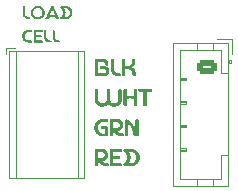
<source format=gto>
G04 #@! TF.GenerationSoftware,KiCad,Pcbnew,7.0.1*
G04 #@! TF.CreationDate,2023-07-16T03:42:13+02:00*
G04 #@! TF.ProjectId,load_cell_connector_interface,6c6f6164-5f63-4656-9c6c-5f636f6e6e65,rev?*
G04 #@! TF.SameCoordinates,Original*
G04 #@! TF.FileFunction,Legend,Top*
G04 #@! TF.FilePolarity,Positive*
%FSLAX46Y46*%
G04 Gerber Fmt 4.6, Leading zero omitted, Abs format (unit mm)*
G04 Created by KiCad (PCBNEW 7.0.1) date 2023-07-16 03:42:13*
%MOMM*%
%LPD*%
G01*
G04 APERTURE LIST*
G04 Aperture macros list*
%AMRoundRect*
0 Rectangle with rounded corners*
0 $1 Rounding radius*
0 $2 $3 $4 $5 $6 $7 $8 $9 X,Y pos of 4 corners*
0 Add a 4 corners polygon primitive as box body*
4,1,4,$2,$3,$4,$5,$6,$7,$8,$9,$2,$3,0*
0 Add four circle primitives for the rounded corners*
1,1,$1+$1,$2,$3*
1,1,$1+$1,$4,$5*
1,1,$1+$1,$6,$7*
1,1,$1+$1,$8,$9*
0 Add four rect primitives between the rounded corners*
20,1,$1+$1,$2,$3,$4,$5,0*
20,1,$1+$1,$4,$5,$6,$7,0*
20,1,$1+$1,$6,$7,$8,$9,0*
20,1,$1+$1,$8,$9,$2,$3,0*%
G04 Aperture macros list end*
%ADD10C,0.300000*%
%ADD11C,0.120000*%
%ADD12O,1.750000X1.200000*%
%ADD13RoundRect,0.250000X-0.625000X0.350000X-0.625000X-0.350000X0.625000X-0.350000X0.625000X0.350000X0*%
%ADD14C,2.200000*%
%ADD15R,2.200000X2.200000*%
G04 APERTURE END LIST*
D10*
G36*
X119758897Y-95767794D02*
G01*
X119758897Y-96996946D01*
X119760471Y-97016968D01*
X119765033Y-97036256D01*
X119772348Y-97054541D01*
X119782178Y-97071553D01*
X119794284Y-97087022D01*
X119808431Y-97100677D01*
X119824381Y-97112250D01*
X119841896Y-97121470D01*
X119860739Y-97128067D01*
X119880673Y-97131771D01*
X119894452Y-97132501D01*
X120551709Y-97132501D01*
X120568488Y-97132221D01*
X120585023Y-97131391D01*
X120601311Y-97130022D01*
X120617346Y-97128126D01*
X120633124Y-97125713D01*
X120648640Y-97122797D01*
X120663889Y-97119388D01*
X120678866Y-97115499D01*
X120693567Y-97111140D01*
X120707987Y-97106325D01*
X120722121Y-97101063D01*
X120735964Y-97095367D01*
X120749512Y-97089250D01*
X120762759Y-97082721D01*
X120775702Y-97075793D01*
X120800653Y-97060788D01*
X120824327Y-97044326D01*
X120846687Y-97026502D01*
X120867692Y-97007409D01*
X120887307Y-96987139D01*
X120905492Y-96965788D01*
X120922210Y-96943447D01*
X120937422Y-96920210D01*
X120944452Y-96908286D01*
X120954078Y-96890994D01*
X120962769Y-96874162D01*
X120970534Y-96857808D01*
X120977386Y-96841947D01*
X120983334Y-96826596D01*
X120988390Y-96811770D01*
X120992565Y-96797487D01*
X120996778Y-96779314D01*
X120999470Y-96762172D01*
X121000505Y-96750016D01*
X121001381Y-96732188D01*
X121002252Y-96716829D01*
X121003207Y-96701656D01*
X121004163Y-96686956D01*
X121004535Y-96678575D01*
X121004111Y-96660369D01*
X121002829Y-96642052D01*
X121000674Y-96623668D01*
X120997631Y-96605264D01*
X120993687Y-96586883D01*
X120988826Y-96568572D01*
X120983034Y-96550375D01*
X120976297Y-96532339D01*
X120968599Y-96514507D01*
X120959927Y-96496925D01*
X120950266Y-96479639D01*
X120939601Y-96462694D01*
X120927918Y-96446134D01*
X120915201Y-96430005D01*
X120901438Y-96414353D01*
X120886612Y-96399222D01*
X120870710Y-96384658D01*
X120853716Y-96370706D01*
X120835617Y-96357411D01*
X120816398Y-96344819D01*
X120796044Y-96332974D01*
X120774541Y-96321922D01*
X120751873Y-96311707D01*
X120728028Y-96302376D01*
X120702989Y-96293974D01*
X120676743Y-96286545D01*
X120649274Y-96280135D01*
X120620569Y-96274789D01*
X120590613Y-96270552D01*
X120559391Y-96267470D01*
X120526888Y-96265587D01*
X120493091Y-96264950D01*
X120291224Y-96264950D01*
X120275286Y-96265729D01*
X120260377Y-96267999D01*
X120233642Y-96276615D01*
X120211020Y-96290003D01*
X120192512Y-96307368D01*
X120178116Y-96327914D01*
X120167834Y-96350847D01*
X120161664Y-96375370D01*
X120159608Y-96400688D01*
X120161664Y-96426006D01*
X120167834Y-96450529D01*
X120178116Y-96473461D01*
X120192512Y-96494008D01*
X120211020Y-96511373D01*
X120233642Y-96524761D01*
X120260377Y-96533377D01*
X120275286Y-96535647D01*
X120291224Y-96536426D01*
X120551709Y-96536426D01*
X120571226Y-96537337D01*
X120589518Y-96539985D01*
X120606582Y-96544246D01*
X120622412Y-96549993D01*
X120637003Y-96557101D01*
X120650351Y-96565444D01*
X120662450Y-96574898D01*
X120673296Y-96585335D01*
X120682885Y-96596632D01*
X120694898Y-96614911D01*
X120704054Y-96634417D01*
X120710336Y-96654724D01*
X120713727Y-96675409D01*
X120714375Y-96689200D01*
X120714394Y-96704785D01*
X120712527Y-96719503D01*
X120708786Y-96735013D01*
X120703836Y-96749424D01*
X120696743Y-96765522D01*
X120694591Y-96769800D01*
X120687283Y-96783111D01*
X120678747Y-96795569D01*
X120668972Y-96807074D01*
X120657948Y-96817527D01*
X120645662Y-96826828D01*
X120632106Y-96834877D01*
X120617266Y-96841575D01*
X120601134Y-96846822D01*
X120583698Y-96850519D01*
X120564946Y-96852566D01*
X120551709Y-96852965D01*
X120040631Y-96852965D01*
X120040631Y-95911775D01*
X120446929Y-95911775D01*
X120469561Y-95912726D01*
X120490113Y-95915488D01*
X120508673Y-95919921D01*
X120525325Y-95925885D01*
X120540155Y-95933244D01*
X120553247Y-95941856D01*
X120564687Y-95951584D01*
X120578937Y-95967962D01*
X120589951Y-95986067D01*
X120598015Y-96005431D01*
X120603419Y-96025584D01*
X120606450Y-96046057D01*
X120607397Y-96066380D01*
X120607397Y-96078837D01*
X120607397Y-96091660D01*
X120608762Y-96110357D01*
X120611676Y-96124731D01*
X120616332Y-96139152D01*
X120622838Y-96153392D01*
X120631302Y-96167222D01*
X120641833Y-96180415D01*
X120654541Y-96192742D01*
X120669532Y-96203976D01*
X120686918Y-96213886D01*
X120706805Y-96222247D01*
X120714009Y-96224650D01*
X120729129Y-96229290D01*
X120744553Y-96232214D01*
X120759891Y-96233616D01*
X120768230Y-96233809D01*
X120783174Y-96233006D01*
X120800902Y-96229772D01*
X120817415Y-96224105D01*
X120832547Y-96216058D01*
X120846129Y-96205679D01*
X120857993Y-96193019D01*
X120864218Y-96184350D01*
X120874859Y-96167540D01*
X120883076Y-96151267D01*
X120889170Y-96135755D01*
X120893443Y-96121231D01*
X120896824Y-96103795D01*
X120898214Y-96089056D01*
X120898122Y-96073175D01*
X120897557Y-96066380D01*
X120897142Y-96050436D01*
X120895893Y-96033970D01*
X120893807Y-96017050D01*
X120890877Y-95999745D01*
X120887099Y-95982121D01*
X120882468Y-95964245D01*
X120876980Y-95946186D01*
X120870629Y-95928009D01*
X120863411Y-95909783D01*
X120855321Y-95891576D01*
X120846355Y-95873453D01*
X120836506Y-95855483D01*
X120825771Y-95837734D01*
X120814144Y-95820271D01*
X120801621Y-95803164D01*
X120788197Y-95786478D01*
X120773868Y-95770282D01*
X120758627Y-95754643D01*
X120742471Y-95739628D01*
X120725394Y-95725304D01*
X120707393Y-95711739D01*
X120688461Y-95699000D01*
X120668595Y-95687155D01*
X120647788Y-95676271D01*
X120626037Y-95666415D01*
X120603337Y-95657655D01*
X120579683Y-95650058D01*
X120555069Y-95643691D01*
X120529492Y-95638621D01*
X120502946Y-95634917D01*
X120475427Y-95632645D01*
X120446929Y-95631872D01*
X119894452Y-95631872D01*
X119874007Y-95633464D01*
X119854461Y-95638074D01*
X119836058Y-95645457D01*
X119819039Y-95655366D01*
X119803649Y-95667554D01*
X119790129Y-95681776D01*
X119778722Y-95697785D01*
X119769670Y-95715335D01*
X119763218Y-95734179D01*
X119759606Y-95754071D01*
X119758897Y-95767794D01*
G37*
G36*
X121102721Y-95768526D02*
G01*
X121102721Y-96488066D01*
X121103658Y-96521084D01*
X121106438Y-96553686D01*
X121111016Y-96585829D01*
X121117346Y-96617472D01*
X121125381Y-96648574D01*
X121135077Y-96679093D01*
X121146388Y-96708988D01*
X121159267Y-96738218D01*
X121173670Y-96766741D01*
X121189549Y-96794516D01*
X121206860Y-96821501D01*
X121225558Y-96847656D01*
X121245595Y-96872938D01*
X121266926Y-96897306D01*
X121289506Y-96920719D01*
X121313289Y-96943136D01*
X121338229Y-96964515D01*
X121364280Y-96984814D01*
X121391397Y-97003993D01*
X121419533Y-97022009D01*
X121448644Y-97038823D01*
X121478683Y-97054391D01*
X121509604Y-97068673D01*
X121541362Y-97081627D01*
X121573911Y-97093213D01*
X121607206Y-97103388D01*
X121641200Y-97112111D01*
X121675848Y-97119341D01*
X121711104Y-97125036D01*
X121746922Y-97129155D01*
X121783257Y-97131657D01*
X121820062Y-97132501D01*
X121838897Y-97131699D01*
X121856392Y-97129361D01*
X121872564Y-97125591D01*
X121887430Y-97120489D01*
X121901003Y-97114159D01*
X121924339Y-97098224D01*
X121942699Y-97078603D01*
X121956207Y-97056116D01*
X121964991Y-97031582D01*
X121969177Y-97005819D01*
X121968890Y-96979646D01*
X121964257Y-96953883D01*
X121955404Y-96929349D01*
X121942457Y-96906862D01*
X121925543Y-96887241D01*
X121904786Y-96871306D01*
X121880314Y-96859874D01*
X121852253Y-96853766D01*
X121836915Y-96852965D01*
X121814111Y-96852536D01*
X121791539Y-96851258D01*
X121769231Y-96849143D01*
X121747219Y-96846201D01*
X121725537Y-96842445D01*
X121704215Y-96837885D01*
X121683286Y-96832534D01*
X121662783Y-96826403D01*
X121642738Y-96819504D01*
X121623183Y-96811847D01*
X121604150Y-96803445D01*
X121585671Y-96794309D01*
X121567780Y-96784451D01*
X121550508Y-96773882D01*
X121533887Y-96762613D01*
X121517949Y-96750657D01*
X121502728Y-96738025D01*
X121488254Y-96724728D01*
X121474562Y-96710778D01*
X121461681Y-96696186D01*
X121449646Y-96680965D01*
X121438488Y-96665125D01*
X121428240Y-96648677D01*
X121418933Y-96631635D01*
X121410601Y-96614008D01*
X121403275Y-96595809D01*
X121396987Y-96577050D01*
X121391770Y-96557741D01*
X121387657Y-96537894D01*
X121384678Y-96517521D01*
X121382868Y-96496634D01*
X121382257Y-96475243D01*
X121382257Y-95768526D01*
X121381467Y-95752019D01*
X121379163Y-95736568D01*
X121375447Y-95722176D01*
X121367445Y-95702575D01*
X121356832Y-95685360D01*
X121343949Y-95670537D01*
X121329137Y-95658108D01*
X121312735Y-95648077D01*
X121295085Y-95640448D01*
X121276527Y-95635224D01*
X121257402Y-95632409D01*
X121244504Y-95631872D01*
X121225174Y-95633132D01*
X121205979Y-95636886D01*
X121187304Y-95643099D01*
X121169536Y-95651733D01*
X121153060Y-95662754D01*
X121138261Y-95676125D01*
X121125526Y-95691809D01*
X121115240Y-95709771D01*
X121107790Y-95729973D01*
X121104589Y-95744669D01*
X121102933Y-95760334D01*
X121102721Y-95768526D01*
G37*
G36*
X122055268Y-96991084D02*
G01*
X122056083Y-97008068D01*
X122058456Y-97023983D01*
X122062279Y-97038826D01*
X122067444Y-97052593D01*
X122077472Y-97071218D01*
X122089914Y-97087400D01*
X122104405Y-97101128D01*
X122120580Y-97112388D01*
X122138077Y-97121168D01*
X122156531Y-97127456D01*
X122175578Y-97131237D01*
X122194853Y-97132501D01*
X122214276Y-97131185D01*
X122233548Y-97127267D01*
X122252283Y-97120793D01*
X122270098Y-97111809D01*
X122286609Y-97100358D01*
X122301432Y-97086488D01*
X122314182Y-97070242D01*
X122324477Y-97051666D01*
X122331932Y-97030805D01*
X122335134Y-97015651D01*
X122336790Y-96999516D01*
X122337002Y-96991084D01*
X122337002Y-96522870D01*
X122361975Y-96522807D01*
X122387380Y-96522669D01*
X122413138Y-96522539D01*
X122439168Y-96522498D01*
X122465389Y-96522627D01*
X122491722Y-96523006D01*
X122518085Y-96523716D01*
X122544399Y-96524840D01*
X122570583Y-96526457D01*
X122596557Y-96528648D01*
X122622240Y-96531496D01*
X122647552Y-96535081D01*
X122672413Y-96539483D01*
X122696742Y-96544784D01*
X122720459Y-96551065D01*
X122743483Y-96558408D01*
X122765735Y-96566892D01*
X122787134Y-96576599D01*
X122807599Y-96587611D01*
X122827050Y-96600007D01*
X122845407Y-96613870D01*
X122862590Y-96629280D01*
X122878517Y-96646318D01*
X122893109Y-96665065D01*
X122906285Y-96685603D01*
X122917965Y-96708012D01*
X122928069Y-96732374D01*
X122936516Y-96758769D01*
X122943226Y-96787278D01*
X122948118Y-96817983D01*
X122951112Y-96850965D01*
X122952128Y-96886304D01*
X122951984Y-96902162D01*
X122951618Y-96917340D01*
X122951029Y-96933702D01*
X122950354Y-96948752D01*
X122949930Y-96958844D01*
X122950600Y-96979215D01*
X122952857Y-97000718D01*
X122955425Y-97015344D01*
X122958973Y-97029966D01*
X122963608Y-97044380D01*
X122969442Y-97058384D01*
X122976583Y-97071776D01*
X122985140Y-97084351D01*
X122995224Y-97095908D01*
X123006944Y-97106244D01*
X123020409Y-97115155D01*
X123035729Y-97122440D01*
X123053013Y-97127894D01*
X123072370Y-97131315D01*
X123093911Y-97132501D01*
X123114465Y-97130904D01*
X123134307Y-97126263D01*
X123153153Y-97118794D01*
X123170714Y-97108718D01*
X123186706Y-97096253D01*
X123200842Y-97081619D01*
X123212836Y-97065035D01*
X123222402Y-97046720D01*
X123229253Y-97026893D01*
X123233103Y-97005773D01*
X123233862Y-96991084D01*
X123233862Y-96886304D01*
X123233503Y-96863580D01*
X123232436Y-96841230D01*
X123230677Y-96819260D01*
X123228242Y-96797673D01*
X123225146Y-96776475D01*
X123221405Y-96755671D01*
X123217035Y-96735265D01*
X123212052Y-96715263D01*
X123206471Y-96695669D01*
X123200307Y-96676489D01*
X123193577Y-96657727D01*
X123186296Y-96639388D01*
X123178480Y-96621477D01*
X123170145Y-96603998D01*
X123161306Y-96586958D01*
X123151980Y-96570360D01*
X123142181Y-96554210D01*
X123131925Y-96538512D01*
X123121228Y-96523272D01*
X123110107Y-96508494D01*
X123098576Y-96494183D01*
X123086651Y-96480344D01*
X123074348Y-96466983D01*
X123061682Y-96454103D01*
X123048670Y-96441709D01*
X123035327Y-96429808D01*
X123021669Y-96418403D01*
X123007711Y-96407499D01*
X122993469Y-96397102D01*
X122978959Y-96387216D01*
X122964196Y-96377846D01*
X122949197Y-96368997D01*
X122965157Y-96356582D01*
X122980351Y-96343803D01*
X122994795Y-96330685D01*
X123008506Y-96317249D01*
X123021503Y-96303517D01*
X123033801Y-96289511D01*
X123045418Y-96275253D01*
X123056370Y-96260765D01*
X123066675Y-96246070D01*
X123076350Y-96231189D01*
X123085412Y-96216145D01*
X123093878Y-96200959D01*
X123101765Y-96185653D01*
X123109089Y-96170250D01*
X123115869Y-96154772D01*
X123122121Y-96139241D01*
X123127862Y-96123679D01*
X123133109Y-96108107D01*
X123137879Y-96092549D01*
X123142189Y-96077026D01*
X123146057Y-96061560D01*
X123149499Y-96046173D01*
X123152532Y-96030887D01*
X123155174Y-96015725D01*
X123157441Y-96000708D01*
X123159350Y-95985859D01*
X123160919Y-95971199D01*
X123163104Y-95942537D01*
X123164131Y-95914897D01*
X123164253Y-95901517D01*
X123164253Y-95771457D01*
X123163438Y-95754736D01*
X123161065Y-95739058D01*
X123157242Y-95724428D01*
X123149025Y-95704461D01*
X123138152Y-95686881D01*
X123124986Y-95671703D01*
X123109894Y-95658945D01*
X123093237Y-95648622D01*
X123075381Y-95640751D01*
X123056689Y-95635348D01*
X123037526Y-95632430D01*
X123024668Y-95631872D01*
X123005245Y-95633178D01*
X122985973Y-95637062D01*
X122967238Y-95643476D01*
X122949423Y-95652371D01*
X122932912Y-95663698D01*
X122918089Y-95677407D01*
X122905339Y-95693451D01*
X122895044Y-95711780D01*
X122887589Y-95732345D01*
X122884387Y-95747274D01*
X122882731Y-95763160D01*
X122882519Y-95771457D01*
X122882519Y-95867811D01*
X122882635Y-95883737D01*
X122883567Y-95899272D01*
X122884717Y-95906646D01*
X122884245Y-95929345D01*
X122882836Y-95951283D01*
X122880502Y-95972462D01*
X122877257Y-95992884D01*
X122873112Y-96012554D01*
X122868080Y-96031472D01*
X122862172Y-96049642D01*
X122855402Y-96067067D01*
X122847781Y-96083750D01*
X122839322Y-96099692D01*
X122830036Y-96114896D01*
X122819937Y-96129367D01*
X122809036Y-96143105D01*
X122797346Y-96156113D01*
X122784879Y-96168395D01*
X122771648Y-96179953D01*
X122757664Y-96190790D01*
X122742940Y-96200908D01*
X122727488Y-96210311D01*
X122711320Y-96219000D01*
X122694449Y-96226978D01*
X122676887Y-96234249D01*
X122658647Y-96240814D01*
X122639739Y-96246677D01*
X122620178Y-96251841D01*
X122599975Y-96256307D01*
X122579142Y-96260078D01*
X122557692Y-96263158D01*
X122535636Y-96265549D01*
X122512988Y-96267253D01*
X122489759Y-96268274D01*
X122465963Y-96268614D01*
X122337002Y-96268614D01*
X122337002Y-95771824D01*
X122336187Y-95755037D01*
X122333814Y-95739303D01*
X122329989Y-95724625D01*
X122321766Y-95704597D01*
X122310882Y-95686970D01*
X122297698Y-95671758D01*
X122282578Y-95658976D01*
X122265883Y-95648637D01*
X122247976Y-95640757D01*
X122229218Y-95635350D01*
X122209973Y-95632430D01*
X122197051Y-95631872D01*
X122177721Y-95633178D01*
X122158526Y-95637065D01*
X122139852Y-95643484D01*
X122122083Y-95652390D01*
X122105607Y-95663735D01*
X122090808Y-95677472D01*
X122078073Y-95693555D01*
X122067788Y-95711934D01*
X122060337Y-95732565D01*
X122057136Y-95747546D01*
X122055480Y-95763493D01*
X122055268Y-95771824D01*
X122055268Y-96991084D01*
G37*
G36*
X119758897Y-99066534D02*
G01*
X119759838Y-99102346D01*
X119762621Y-99137298D01*
X119767187Y-99171373D01*
X119773476Y-99204551D01*
X119781429Y-99236815D01*
X119790985Y-99268147D01*
X119802085Y-99298528D01*
X119814670Y-99327941D01*
X119828680Y-99356366D01*
X119844055Y-99383787D01*
X119860735Y-99410184D01*
X119878662Y-99435539D01*
X119897774Y-99459835D01*
X119918014Y-99483054D01*
X119939320Y-99505176D01*
X119961634Y-99526184D01*
X119984895Y-99546059D01*
X120009045Y-99564784D01*
X120034023Y-99582341D01*
X120059770Y-99598710D01*
X120086226Y-99613875D01*
X120113332Y-99627816D01*
X120141028Y-99640515D01*
X120169254Y-99651955D01*
X120197950Y-99662118D01*
X120227058Y-99670984D01*
X120256517Y-99678536D01*
X120286268Y-99684756D01*
X120316250Y-99689625D01*
X120346406Y-99693126D01*
X120376674Y-99695239D01*
X120406995Y-99695948D01*
X120424307Y-99695720D01*
X120441615Y-99695037D01*
X120458906Y-99693897D01*
X120476169Y-99692301D01*
X120493395Y-99690248D01*
X120510570Y-99687737D01*
X120527684Y-99684767D01*
X120544725Y-99681339D01*
X120561683Y-99677451D01*
X120578546Y-99673104D01*
X120595303Y-99668296D01*
X120611942Y-99663027D01*
X120628452Y-99657296D01*
X120644822Y-99651103D01*
X120661041Y-99644448D01*
X120677097Y-99637330D01*
X120692980Y-99629747D01*
X120708677Y-99621701D01*
X120724178Y-99613190D01*
X120739471Y-99604214D01*
X120754545Y-99594771D01*
X120769389Y-99584863D01*
X120783991Y-99574487D01*
X120798341Y-99563645D01*
X120812427Y-99552334D01*
X120826237Y-99540554D01*
X120839761Y-99528306D01*
X120852987Y-99515588D01*
X120865903Y-99502400D01*
X120878500Y-99488741D01*
X120890764Y-99474611D01*
X120902686Y-99460009D01*
X120914568Y-99474611D01*
X120926784Y-99488741D01*
X120939321Y-99502400D01*
X120952171Y-99515588D01*
X120965323Y-99528306D01*
X120978765Y-99540554D01*
X120992488Y-99552334D01*
X121006482Y-99563645D01*
X121020735Y-99574487D01*
X121035237Y-99584863D01*
X121049979Y-99594771D01*
X121064948Y-99604214D01*
X121080136Y-99613190D01*
X121095531Y-99621701D01*
X121111123Y-99629747D01*
X121126901Y-99637330D01*
X121142856Y-99644448D01*
X121158976Y-99651103D01*
X121175251Y-99657296D01*
X121191670Y-99663027D01*
X121208224Y-99668296D01*
X121224902Y-99673104D01*
X121241693Y-99677451D01*
X121258586Y-99681339D01*
X121275572Y-99684767D01*
X121292640Y-99687737D01*
X121309779Y-99690248D01*
X121326979Y-99692301D01*
X121344229Y-99693897D01*
X121361520Y-99695037D01*
X121378840Y-99695720D01*
X121396179Y-99695948D01*
X121426468Y-99695233D01*
X121456708Y-99693101D01*
X121486839Y-99689573D01*
X121516801Y-99684666D01*
X121546535Y-99678400D01*
X121575980Y-99670796D01*
X121605077Y-99661871D01*
X121633766Y-99651646D01*
X121661987Y-99640141D01*
X121689680Y-99627373D01*
X121716785Y-99613363D01*
X121743243Y-99598131D01*
X121768994Y-99581695D01*
X121793977Y-99564074D01*
X121818133Y-99545290D01*
X121841403Y-99525359D01*
X121863726Y-99504303D01*
X121885042Y-99482141D01*
X121905292Y-99458891D01*
X121924416Y-99434573D01*
X121942354Y-99409207D01*
X121959046Y-99382813D01*
X121974432Y-99355408D01*
X121988452Y-99327013D01*
X122001048Y-99297648D01*
X122012158Y-99267331D01*
X122021723Y-99236082D01*
X122029683Y-99203920D01*
X122035978Y-99170865D01*
X122040549Y-99136936D01*
X122043335Y-99102153D01*
X122044277Y-99066534D01*
X122044277Y-98312190D01*
X122043462Y-98295339D01*
X122041089Y-98279548D01*
X122037264Y-98264821D01*
X122029041Y-98244733D01*
X122018157Y-98227060D01*
X122004973Y-98211813D01*
X121989853Y-98199006D01*
X121973158Y-98188652D01*
X121955251Y-98180763D01*
X121936493Y-98175351D01*
X121917248Y-98172430D01*
X121904326Y-98171872D01*
X121884957Y-98173126D01*
X121865834Y-98176879D01*
X121847320Y-98183118D01*
X121829777Y-98191830D01*
X121813566Y-98203003D01*
X121799051Y-98216625D01*
X121786594Y-98232682D01*
X121776557Y-98251162D01*
X121769301Y-98272052D01*
X121766189Y-98287311D01*
X121764581Y-98303632D01*
X121764375Y-98312190D01*
X121764375Y-99066534D01*
X121763913Y-99085085D01*
X121762540Y-99103357D01*
X121760277Y-99121328D01*
X121757146Y-99138978D01*
X121753168Y-99156288D01*
X121748363Y-99173237D01*
X121742754Y-99189804D01*
X121736360Y-99205970D01*
X121729202Y-99221714D01*
X121721303Y-99237016D01*
X121712683Y-99251856D01*
X121703362Y-99266213D01*
X121693363Y-99280067D01*
X121682706Y-99293398D01*
X121671413Y-99306185D01*
X121659503Y-99318409D01*
X121646999Y-99330050D01*
X121633922Y-99341086D01*
X121620291Y-99351497D01*
X121606130Y-99361264D01*
X121591458Y-99370366D01*
X121576297Y-99378783D01*
X121560667Y-99386494D01*
X121544591Y-99393480D01*
X121528088Y-99399719D01*
X121511180Y-99405193D01*
X121493888Y-99409880D01*
X121476234Y-99413760D01*
X121458237Y-99416813D01*
X121439920Y-99419019D01*
X121421303Y-99420358D01*
X121402407Y-99420808D01*
X121383162Y-99420334D01*
X121364251Y-99418927D01*
X121345691Y-99416612D01*
X121327502Y-99413414D01*
X121309701Y-99409359D01*
X121292306Y-99404471D01*
X121275337Y-99398774D01*
X121258809Y-99392295D01*
X121242743Y-99385057D01*
X121227156Y-99377086D01*
X121212067Y-99368406D01*
X121197493Y-99359042D01*
X121183452Y-99349020D01*
X121169964Y-99338364D01*
X121157046Y-99327099D01*
X121144716Y-99315250D01*
X121132992Y-99302841D01*
X121121893Y-99289898D01*
X121111437Y-99276446D01*
X121101641Y-99262510D01*
X121092525Y-99248113D01*
X121084106Y-99233282D01*
X121076403Y-99218041D01*
X121069433Y-99202415D01*
X121063216Y-99186429D01*
X121057768Y-99170108D01*
X121053109Y-99153476D01*
X121049255Y-99136559D01*
X121046227Y-99119381D01*
X121044041Y-99101968D01*
X121042717Y-99084344D01*
X121042271Y-99066534D01*
X121042271Y-98312190D01*
X121041456Y-98295339D01*
X121039083Y-98279548D01*
X121035260Y-98264821D01*
X121027043Y-98244733D01*
X121016170Y-98227060D01*
X121003005Y-98211813D01*
X120987912Y-98199006D01*
X120971255Y-98188652D01*
X120953399Y-98180763D01*
X120934707Y-98175351D01*
X120915544Y-98172430D01*
X120902686Y-98171872D01*
X120883317Y-98173126D01*
X120864194Y-98176879D01*
X120845680Y-98183118D01*
X120828137Y-98191830D01*
X120811926Y-98203003D01*
X120797412Y-98216625D01*
X120784954Y-98232682D01*
X120774917Y-98251162D01*
X120767661Y-98272052D01*
X120764549Y-98287311D01*
X120762941Y-98303632D01*
X120762735Y-98312190D01*
X120762735Y-99066534D01*
X120762273Y-99085085D01*
X120760900Y-99103357D01*
X120758637Y-99121328D01*
X120755506Y-99138978D01*
X120751528Y-99156288D01*
X120746724Y-99173237D01*
X120741114Y-99189804D01*
X120734720Y-99205970D01*
X120727562Y-99221714D01*
X120719663Y-99237016D01*
X120711043Y-99251856D01*
X120701722Y-99266213D01*
X120691723Y-99280067D01*
X120681066Y-99293398D01*
X120669773Y-99306185D01*
X120657863Y-99318409D01*
X120645359Y-99330050D01*
X120632282Y-99341086D01*
X120618652Y-99351497D01*
X120604490Y-99361264D01*
X120589818Y-99370366D01*
X120574657Y-99378783D01*
X120559027Y-99386494D01*
X120542951Y-99393480D01*
X120526448Y-99399719D01*
X120509540Y-99405193D01*
X120492249Y-99409880D01*
X120474594Y-99413760D01*
X120456597Y-99416813D01*
X120438280Y-99419019D01*
X120419663Y-99420358D01*
X120400767Y-99420808D01*
X120381516Y-99420334D01*
X120362586Y-99418927D01*
X120343997Y-99416612D01*
X120325768Y-99413414D01*
X120307917Y-99409359D01*
X120290464Y-99404471D01*
X120273427Y-99398774D01*
X120256826Y-99392295D01*
X120240680Y-99385057D01*
X120225007Y-99377086D01*
X120209826Y-99368406D01*
X120195157Y-99359042D01*
X120181019Y-99349020D01*
X120167430Y-99338364D01*
X120154410Y-99327099D01*
X120141977Y-99315250D01*
X120130150Y-99302841D01*
X120118949Y-99289898D01*
X120108392Y-99276446D01*
X120098499Y-99262510D01*
X120089288Y-99248113D01*
X120080778Y-99233282D01*
X120072989Y-99218041D01*
X120065939Y-99202415D01*
X120059647Y-99186429D01*
X120054133Y-99170108D01*
X120049415Y-99153476D01*
X120045512Y-99136559D01*
X120042443Y-99119381D01*
X120040228Y-99101968D01*
X120038885Y-99084344D01*
X120038433Y-99066534D01*
X120038433Y-98312190D01*
X120037643Y-98295339D01*
X120035339Y-98279548D01*
X120031623Y-98264821D01*
X120023620Y-98244733D01*
X120013008Y-98227060D01*
X120000125Y-98211813D01*
X119985313Y-98199006D01*
X119968911Y-98188652D01*
X119951261Y-98180763D01*
X119932703Y-98175351D01*
X119913577Y-98172430D01*
X119900680Y-98171872D01*
X119881350Y-98173179D01*
X119862155Y-98177067D01*
X119843480Y-98183493D01*
X119825712Y-98192410D01*
X119809235Y-98203773D01*
X119794437Y-98217538D01*
X119781702Y-98233658D01*
X119771416Y-98252089D01*
X119763966Y-98272785D01*
X119760765Y-98287819D01*
X119759109Y-98303826D01*
X119758897Y-98312190D01*
X119758897Y-99066534D01*
G37*
G36*
X122188625Y-98313289D02*
G01*
X122188625Y-99532549D01*
X122189415Y-99549396D01*
X122191719Y-99565175D01*
X122195435Y-99579884D01*
X122203437Y-99599935D01*
X122214050Y-99617564D01*
X122226933Y-99632760D01*
X122241745Y-99645516D01*
X122258147Y-99655821D01*
X122275797Y-99663668D01*
X122294355Y-99669046D01*
X122313480Y-99671947D01*
X122326378Y-99672501D01*
X122345707Y-99671203D01*
X122364903Y-99667340D01*
X122383577Y-99660951D01*
X122401346Y-99652079D01*
X122417822Y-99640766D01*
X122432621Y-99627053D01*
X122445356Y-99610981D01*
X122455641Y-99592593D01*
X122463092Y-99571930D01*
X122466293Y-99556911D01*
X122467948Y-99540913D01*
X122468161Y-99532549D01*
X122468161Y-99055543D01*
X122487115Y-99047168D01*
X122506180Y-99039477D01*
X122525328Y-99032450D01*
X122544530Y-99026068D01*
X122563761Y-99020310D01*
X122582992Y-99015158D01*
X122602197Y-99010590D01*
X122621347Y-99006588D01*
X122640415Y-99003130D01*
X122659375Y-99000198D01*
X122678198Y-98997772D01*
X122696858Y-98995831D01*
X122715326Y-98994357D01*
X122733577Y-98993328D01*
X122751581Y-98992725D01*
X122769312Y-98992528D01*
X122785675Y-98992686D01*
X122801714Y-98993146D01*
X122817416Y-98993889D01*
X122832768Y-98994895D01*
X122847758Y-98996145D01*
X122862373Y-98997619D01*
X122890424Y-99001161D01*
X122916821Y-99005364D01*
X122941460Y-99010071D01*
X122964239Y-99015126D01*
X122985055Y-99020372D01*
X123003806Y-99025653D01*
X123020390Y-99030811D01*
X123034703Y-99035690D01*
X123051693Y-99042142D01*
X123065444Y-99048306D01*
X123068632Y-99050414D01*
X123068632Y-99532549D01*
X123069467Y-99549034D01*
X123071899Y-99564544D01*
X123075814Y-99579068D01*
X123084221Y-99598977D01*
X123095332Y-99616598D01*
X123108766Y-99631888D01*
X123124143Y-99644806D01*
X123141082Y-99655310D01*
X123159204Y-99663359D01*
X123178127Y-99668910D01*
X123197472Y-99671923D01*
X123210415Y-99672501D01*
X123229784Y-99671203D01*
X123248907Y-99667340D01*
X123267421Y-99660951D01*
X123284964Y-99652079D01*
X123301174Y-99640766D01*
X123315689Y-99627053D01*
X123328147Y-99610981D01*
X123338184Y-99592593D01*
X123345440Y-99571930D01*
X123348552Y-99556911D01*
X123350160Y-99540913D01*
X123350366Y-99532549D01*
X123350366Y-98313289D01*
X123349551Y-98296305D01*
X123347177Y-98280390D01*
X123343353Y-98265547D01*
X123338184Y-98251780D01*
X123328147Y-98233155D01*
X123315689Y-98216973D01*
X123301174Y-98203245D01*
X123284964Y-98191985D01*
X123267421Y-98183205D01*
X123248907Y-98176917D01*
X123229784Y-98173136D01*
X123210415Y-98171872D01*
X123191000Y-98173136D01*
X123171754Y-98176917D01*
X123153055Y-98183205D01*
X123135286Y-98191985D01*
X123118825Y-98203245D01*
X123104053Y-98216973D01*
X123091351Y-98233155D01*
X123081100Y-98251780D01*
X123075814Y-98265547D01*
X123071899Y-98280390D01*
X123069467Y-98296305D01*
X123068632Y-98313289D01*
X123078157Y-98796157D01*
X123078157Y-98786632D01*
X123060624Y-98781735D01*
X123043712Y-98777370D01*
X123029426Y-98773996D01*
X123012788Y-98770389D01*
X122993848Y-98766665D01*
X122972653Y-98762941D01*
X122949254Y-98759333D01*
X122923698Y-98755960D01*
X122896034Y-98752938D01*
X122881427Y-98751595D01*
X122866312Y-98750383D01*
X122850694Y-98749318D01*
X122834580Y-98748414D01*
X122817976Y-98747685D01*
X122800887Y-98747146D01*
X122783321Y-98746813D01*
X122765282Y-98746698D01*
X122748027Y-98746824D01*
X122730486Y-98747209D01*
X122712683Y-98747862D01*
X122694643Y-98748793D01*
X122676387Y-98750012D01*
X122657940Y-98751528D01*
X122639326Y-98753351D01*
X122620568Y-98755491D01*
X122601690Y-98757957D01*
X122582715Y-98760759D01*
X122563668Y-98763906D01*
X122544571Y-98767409D01*
X122525448Y-98771277D01*
X122506323Y-98775519D01*
X122487219Y-98780146D01*
X122468161Y-98785166D01*
X122468161Y-98313289D01*
X122467370Y-98296305D01*
X122465067Y-98280390D01*
X122461350Y-98265547D01*
X122456323Y-98251780D01*
X122446542Y-98233155D01*
X122434378Y-98216973D01*
X122420171Y-98203245D01*
X122404262Y-98191985D01*
X122386990Y-98183205D01*
X122368697Y-98176917D01*
X122349722Y-98173136D01*
X122330408Y-98171872D01*
X122311078Y-98173188D01*
X122291883Y-98177106D01*
X122273208Y-98183579D01*
X122255440Y-98192564D01*
X122238963Y-98204015D01*
X122224165Y-98217885D01*
X122211430Y-98234131D01*
X122201144Y-98252707D01*
X122193694Y-98273568D01*
X122190492Y-98288722D01*
X122188837Y-98304857D01*
X122188625Y-98313289D01*
G37*
G36*
X123433531Y-98311824D02*
G01*
X123434827Y-98331193D01*
X123438689Y-98350315D01*
X123445072Y-98368830D01*
X123453932Y-98386373D01*
X123465227Y-98402583D01*
X123478913Y-98417098D01*
X123494946Y-98429556D01*
X123513283Y-98439593D01*
X123533881Y-98446849D01*
X123548847Y-98449961D01*
X123564785Y-98451569D01*
X123573115Y-98451775D01*
X123874267Y-98451775D01*
X123874267Y-99532183D01*
X123875082Y-99548671D01*
X123877455Y-99564193D01*
X123881280Y-99578735D01*
X123889503Y-99598681D01*
X123900387Y-99616347D01*
X123913571Y-99631687D01*
X123928691Y-99644657D01*
X123945386Y-99655210D01*
X123963293Y-99663301D01*
X123982051Y-99668886D01*
X124001296Y-99671919D01*
X124014218Y-99672501D01*
X124033587Y-99671194D01*
X124052710Y-99667306D01*
X124071224Y-99660880D01*
X124088767Y-99651963D01*
X124104978Y-99640600D01*
X124119493Y-99626835D01*
X124131950Y-99610715D01*
X124141987Y-99592284D01*
X124149243Y-99571588D01*
X124152355Y-99556554D01*
X124153963Y-99540547D01*
X124154169Y-99532183D01*
X124154169Y-98451775D01*
X124455321Y-98451775D01*
X124472107Y-98450960D01*
X124487841Y-98448588D01*
X124502519Y-98444766D01*
X124522547Y-98436555D01*
X124540174Y-98425693D01*
X124555386Y-98412546D01*
X124568169Y-98397481D01*
X124578507Y-98380863D01*
X124586387Y-98363057D01*
X124591795Y-98344431D01*
X124594714Y-98325350D01*
X124595272Y-98312556D01*
X124593343Y-98297826D01*
X124593073Y-98288743D01*
X124590789Y-98273081D01*
X124585202Y-98258024D01*
X124577912Y-98244113D01*
X124568450Y-98229276D01*
X124559002Y-98216203D01*
X124547236Y-98203513D01*
X124533656Y-98192934D01*
X124518378Y-98184481D01*
X124501521Y-98178171D01*
X124486977Y-98174677D01*
X124471556Y-98172575D01*
X124455321Y-98171872D01*
X123573115Y-98171872D01*
X123556333Y-98172687D01*
X123540611Y-98175061D01*
X123525950Y-98178886D01*
X123505960Y-98187109D01*
X123488378Y-98197993D01*
X123473216Y-98211177D01*
X123460485Y-98226297D01*
X123450195Y-98242992D01*
X123442358Y-98260899D01*
X123436984Y-98279656D01*
X123434084Y-98298901D01*
X123433531Y-98311824D01*
G37*
G36*
X119716765Y-101464385D02*
G01*
X119717775Y-101503535D01*
X119720774Y-101542097D01*
X119725716Y-101580028D01*
X119732555Y-101617284D01*
X119741246Y-101653824D01*
X119751741Y-101689604D01*
X119763997Y-101724581D01*
X119777965Y-101758713D01*
X119793601Y-101791955D01*
X119810858Y-101824266D01*
X119829691Y-101855602D01*
X119850054Y-101885921D01*
X119871900Y-101915179D01*
X119895183Y-101943334D01*
X119919859Y-101970343D01*
X119945880Y-101996162D01*
X119973201Y-102020750D01*
X120001776Y-102044062D01*
X120031559Y-102066056D01*
X120062503Y-102086689D01*
X120094564Y-102105918D01*
X120127695Y-102123700D01*
X120161850Y-102139993D01*
X120196983Y-102154752D01*
X120233048Y-102167936D01*
X120269999Y-102179502D01*
X120307791Y-102189406D01*
X120346377Y-102197606D01*
X120385711Y-102204058D01*
X120425748Y-102208720D01*
X120466442Y-102211548D01*
X120507745Y-102212501D01*
X120762002Y-102212501D01*
X120782532Y-102210874D01*
X120802129Y-102206176D01*
X120820556Y-102198674D01*
X120837576Y-102188640D01*
X120852951Y-102176343D01*
X120866444Y-102162054D01*
X120877818Y-102146041D01*
X120886835Y-102128574D01*
X120893259Y-102109925D01*
X120896852Y-102090362D01*
X120897557Y-102076946D01*
X120897557Y-101483069D01*
X120896695Y-101467717D01*
X120894200Y-101453141D01*
X120887693Y-101432798D01*
X120878275Y-101414368D01*
X120866405Y-101397951D01*
X120852540Y-101383647D01*
X120837140Y-101371555D01*
X120820661Y-101361774D01*
X120803564Y-101354405D01*
X120786305Y-101349547D01*
X120769343Y-101347300D01*
X120763834Y-101347148D01*
X120748495Y-101348537D01*
X120733286Y-101351704D01*
X120732327Y-101351911D01*
X120717659Y-101354688D01*
X120702928Y-101357242D01*
X120688149Y-101359561D01*
X120673336Y-101361635D01*
X120658504Y-101363454D01*
X120643667Y-101365005D01*
X120628840Y-101366279D01*
X120614037Y-101367264D01*
X120599272Y-101367949D01*
X120584561Y-101368325D01*
X120574790Y-101368397D01*
X120557969Y-101368231D01*
X120541302Y-101367726D01*
X120524790Y-101366870D01*
X120508432Y-101365654D01*
X120492229Y-101364065D01*
X120476181Y-101362094D01*
X120460287Y-101359729D01*
X120444548Y-101356960D01*
X120428963Y-101353775D01*
X120413533Y-101350164D01*
X120403332Y-101347514D01*
X120388577Y-101344664D01*
X120373534Y-101342866D01*
X120369260Y-101342752D01*
X120352558Y-101344197D01*
X120336205Y-101348427D01*
X120322570Y-101354147D01*
X120309379Y-101361692D01*
X120296720Y-101370962D01*
X120285384Y-101381709D01*
X120273528Y-101396528D01*
X120264918Y-101411468D01*
X120259036Y-101426048D01*
X120254727Y-101443032D01*
X120252854Y-101457763D01*
X120252390Y-101472811D01*
X120253275Y-101488599D01*
X120256317Y-101505967D01*
X120262088Y-101524022D01*
X120268555Y-101537477D01*
X120277124Y-101550439D01*
X120288038Y-101562531D01*
X120301540Y-101573378D01*
X120317872Y-101582602D01*
X120337277Y-101589826D01*
X120352041Y-101593345D01*
X120372957Y-101596832D01*
X120393872Y-101600067D01*
X120414784Y-101603031D01*
X120435690Y-101605703D01*
X120456588Y-101608064D01*
X120477478Y-101610093D01*
X120498357Y-101611771D01*
X120519223Y-101613077D01*
X120540075Y-101613992D01*
X120560910Y-101614496D01*
X120574790Y-101614594D01*
X120589658Y-101614170D01*
X120604673Y-101613189D01*
X120617655Y-101612396D01*
X120617655Y-101977295D01*
X120528628Y-101977295D01*
X120508741Y-101976982D01*
X120489266Y-101976053D01*
X120470200Y-101974519D01*
X120451544Y-101972392D01*
X120433297Y-101969684D01*
X120415457Y-101966408D01*
X120398023Y-101962575D01*
X120380995Y-101958198D01*
X120364371Y-101953288D01*
X120348152Y-101947858D01*
X120332335Y-101941920D01*
X120316920Y-101935486D01*
X120301906Y-101928568D01*
X120287291Y-101921178D01*
X120273076Y-101913327D01*
X120259259Y-101905029D01*
X120245839Y-101896295D01*
X120232815Y-101887138D01*
X120220186Y-101877569D01*
X120207952Y-101867600D01*
X120196111Y-101857244D01*
X120184663Y-101846512D01*
X120173606Y-101835417D01*
X120162939Y-101823971D01*
X120152663Y-101812186D01*
X120142775Y-101800073D01*
X120133274Y-101787646D01*
X120124161Y-101774916D01*
X120115433Y-101761894D01*
X120107090Y-101748594D01*
X120099131Y-101735027D01*
X120091556Y-101721206D01*
X120084368Y-101707768D01*
X120077641Y-101694653D01*
X120068407Y-101675585D01*
X120060190Y-101657234D01*
X120052981Y-101639592D01*
X120046768Y-101622654D01*
X120041540Y-101606411D01*
X120037286Y-101590857D01*
X120033997Y-101575983D01*
X120031090Y-101557198D01*
X120030006Y-101543886D01*
X120029202Y-101527347D01*
X120028449Y-101512625D01*
X120027607Y-101496769D01*
X120026785Y-101481467D01*
X120026059Y-101466103D01*
X120025976Y-101462186D01*
X120026388Y-101441060D01*
X120027632Y-101419824D01*
X120029719Y-101398529D01*
X120032662Y-101377226D01*
X120036471Y-101355968D01*
X120041160Y-101334804D01*
X120046738Y-101313787D01*
X120053219Y-101292966D01*
X120060614Y-101272394D01*
X120068934Y-101252122D01*
X120078192Y-101232201D01*
X120088399Y-101212682D01*
X120099567Y-101193616D01*
X120111708Y-101175054D01*
X120124833Y-101157048D01*
X120138954Y-101139649D01*
X120154083Y-101122907D01*
X120170232Y-101106875D01*
X120187412Y-101091603D01*
X120205634Y-101077143D01*
X120224912Y-101063545D01*
X120245257Y-101050861D01*
X120266679Y-101039142D01*
X120289192Y-101028440D01*
X120312807Y-101018805D01*
X120337534Y-101010288D01*
X120363388Y-101002942D01*
X120390378Y-100996816D01*
X120418517Y-100991962D01*
X120447816Y-100988432D01*
X120478288Y-100986276D01*
X120509944Y-100985547D01*
X120762002Y-100985547D01*
X120778326Y-100984761D01*
X120793570Y-100982473D01*
X120820832Y-100973787D01*
X120843807Y-100960290D01*
X120862518Y-100942785D01*
X120876984Y-100922072D01*
X120887228Y-100898954D01*
X120893270Y-100874233D01*
X120895130Y-100848710D01*
X120892830Y-100823186D01*
X120886391Y-100798465D01*
X120875833Y-100775347D01*
X120861178Y-100754634D01*
X120842447Y-100737129D01*
X120819660Y-100723632D01*
X120792838Y-100714946D01*
X120777920Y-100712658D01*
X120762002Y-100711872D01*
X120486863Y-100711872D01*
X120447069Y-100713759D01*
X120407817Y-100717401D01*
X120369153Y-100722764D01*
X120331125Y-100729811D01*
X120293780Y-100738507D01*
X120257166Y-100748814D01*
X120221329Y-100760697D01*
X120186318Y-100774120D01*
X120152180Y-100789047D01*
X120118961Y-100805441D01*
X120086710Y-100823267D01*
X120055473Y-100842488D01*
X120025299Y-100863069D01*
X119996234Y-100884973D01*
X119968325Y-100908165D01*
X119941621Y-100932607D01*
X119916168Y-100958264D01*
X119892015Y-100985101D01*
X119869207Y-101013080D01*
X119847793Y-101042166D01*
X119827820Y-101072322D01*
X119809336Y-101103513D01*
X119792386Y-101135703D01*
X119777021Y-101168855D01*
X119763285Y-101202933D01*
X119751227Y-101237901D01*
X119740894Y-101273724D01*
X119732334Y-101310364D01*
X119725594Y-101347787D01*
X119720720Y-101385955D01*
X119717762Y-101424833D01*
X119716765Y-101464385D01*
G37*
G36*
X121642384Y-100712570D02*
G01*
X121669930Y-100714640D01*
X121697131Y-100718051D01*
X121723951Y-100722768D01*
X121750351Y-100728759D01*
X121776293Y-100735991D01*
X121801739Y-100744430D01*
X121826651Y-100754044D01*
X121850992Y-100764800D01*
X121874723Y-100776664D01*
X121897808Y-100789603D01*
X121920206Y-100803584D01*
X121941882Y-100818575D01*
X121962797Y-100834542D01*
X121982912Y-100851452D01*
X122002191Y-100869272D01*
X122020595Y-100887968D01*
X122038087Y-100907509D01*
X122054627Y-100927860D01*
X122070180Y-100948990D01*
X122084706Y-100970863D01*
X122098167Y-100993449D01*
X122110527Y-101016712D01*
X122121746Y-101040621D01*
X122131788Y-101065143D01*
X122140613Y-101090244D01*
X122148185Y-101115891D01*
X122154465Y-101142051D01*
X122159415Y-101168691D01*
X122162998Y-101195778D01*
X122165176Y-101223279D01*
X122165910Y-101251161D01*
X122165281Y-101277054D01*
X122163417Y-101302512D01*
X122160349Y-101327515D01*
X122156111Y-101352042D01*
X122150736Y-101376074D01*
X122144257Y-101399590D01*
X122136707Y-101422569D01*
X122128117Y-101444990D01*
X122118522Y-101466835D01*
X122107955Y-101488081D01*
X122096447Y-101508709D01*
X122084032Y-101528699D01*
X122070743Y-101548029D01*
X122056613Y-101566680D01*
X122041674Y-101584632D01*
X122025959Y-101601863D01*
X122009502Y-101618353D01*
X121992335Y-101634083D01*
X121974490Y-101649031D01*
X121956002Y-101663177D01*
X121936902Y-101676502D01*
X121917225Y-101688983D01*
X121897001Y-101700602D01*
X121876265Y-101711337D01*
X121855049Y-101721169D01*
X121833386Y-101730076D01*
X121811309Y-101738039D01*
X121788851Y-101745037D01*
X121766045Y-101751049D01*
X121742923Y-101756056D01*
X121719519Y-101760037D01*
X121695865Y-101762972D01*
X121713833Y-101787873D01*
X121732643Y-101810071D01*
X121752201Y-101829739D01*
X121772415Y-101847049D01*
X121793193Y-101862171D01*
X121814441Y-101875279D01*
X121836068Y-101886545D01*
X121857981Y-101896139D01*
X121880087Y-101904235D01*
X121902294Y-101911003D01*
X121924508Y-101916617D01*
X121946638Y-101921247D01*
X121968591Y-101925067D01*
X121990275Y-101928247D01*
X122011596Y-101930959D01*
X122032462Y-101933377D01*
X122052781Y-101935671D01*
X122072460Y-101938013D01*
X122091406Y-101940576D01*
X122109527Y-101943531D01*
X122126731Y-101947051D01*
X122142924Y-101951306D01*
X122158014Y-101956470D01*
X122171909Y-101962714D01*
X122184516Y-101970211D01*
X122205496Y-101989647D01*
X122213684Y-102001930D01*
X122220213Y-102016154D01*
X122224991Y-102032489D01*
X122227926Y-102051108D01*
X122228925Y-102072183D01*
X122227926Y-102089154D01*
X122224991Y-102105035D01*
X122220207Y-102119824D01*
X122213663Y-102133520D01*
X122205450Y-102146124D01*
X122195656Y-102157635D01*
X122184370Y-102168052D01*
X122171680Y-102177375D01*
X122157678Y-102185603D01*
X122142450Y-102192736D01*
X122126087Y-102198773D01*
X122108677Y-102203713D01*
X122090310Y-102207557D01*
X122071075Y-102210303D01*
X122051060Y-102211951D01*
X122030355Y-102212501D01*
X122009859Y-102212029D01*
X121988665Y-102210621D01*
X121966835Y-102208281D01*
X121944434Y-102205019D01*
X121921522Y-102200839D01*
X121898162Y-102195750D01*
X121874418Y-102189758D01*
X121850350Y-102182871D01*
X121826023Y-102175095D01*
X121801497Y-102166437D01*
X121776836Y-102156904D01*
X121752102Y-102146503D01*
X121727358Y-102135242D01*
X121702666Y-102123127D01*
X121678088Y-102110165D01*
X121653687Y-102096363D01*
X121629526Y-102081728D01*
X121605666Y-102066267D01*
X121582170Y-102049988D01*
X121559101Y-102032896D01*
X121536522Y-102014999D01*
X121514494Y-101996305D01*
X121493080Y-101976819D01*
X121472343Y-101956549D01*
X121452344Y-101935502D01*
X121433147Y-101913685D01*
X121414814Y-101891105D01*
X121397407Y-101867769D01*
X121380990Y-101843683D01*
X121365623Y-101818856D01*
X121351370Y-101793293D01*
X121338293Y-101767002D01*
X121323639Y-101767002D01*
X121323639Y-101773658D01*
X121323639Y-101793116D01*
X121323639Y-101811763D01*
X121323639Y-101829541D01*
X121323639Y-101846391D01*
X121323639Y-101862256D01*
X121323639Y-101877078D01*
X121323639Y-101895117D01*
X121323639Y-101911061D01*
X121323639Y-101927835D01*
X121323838Y-101930800D01*
X121324789Y-101947565D01*
X121325446Y-101964796D01*
X121325770Y-101981194D01*
X121325837Y-101996346D01*
X121325828Y-102004632D01*
X121325742Y-102020453D01*
X121325344Y-102042413D01*
X121324478Y-102062416D01*
X121322978Y-102080652D01*
X121320675Y-102097310D01*
X121317404Y-102112582D01*
X121312998Y-102126657D01*
X121305069Y-102143891D01*
X121294431Y-102159787D01*
X121284438Y-102171101D01*
X121278871Y-102176094D01*
X121264394Y-102187184D01*
X121249262Y-102196275D01*
X121233661Y-102203361D01*
X121217775Y-102208433D01*
X121201789Y-102211482D01*
X121185886Y-102212501D01*
X121172433Y-102211832D01*
X121156000Y-102209126D01*
X121139929Y-102204357D01*
X121124153Y-102197542D01*
X121108606Y-102188698D01*
X121096287Y-102180173D01*
X121084036Y-102170369D01*
X121086967Y-102164873D01*
X121076921Y-102156764D01*
X121066247Y-102144779D01*
X121057665Y-102130895D01*
X121051177Y-102115281D01*
X121046782Y-102098103D01*
X121044773Y-102083349D01*
X121044103Y-102067787D01*
X121044103Y-100991775D01*
X121323639Y-100991775D01*
X121323639Y-101487466D01*
X121614532Y-101487466D01*
X121632266Y-101487107D01*
X121649338Y-101486048D01*
X121665756Y-101484314D01*
X121681525Y-101481929D01*
X121696653Y-101478920D01*
X121711145Y-101475311D01*
X121738249Y-101466394D01*
X121762888Y-101455380D01*
X121785115Y-101442469D01*
X121804980Y-101427864D01*
X121822535Y-101411766D01*
X121837832Y-101394375D01*
X121850923Y-101375893D01*
X121861858Y-101356521D01*
X121870689Y-101336461D01*
X121877468Y-101315913D01*
X121882247Y-101295079D01*
X121885076Y-101274161D01*
X121886008Y-101253359D01*
X121886068Y-101251149D01*
X121886312Y-101236035D01*
X121885166Y-101218775D01*
X121882530Y-101201475D01*
X121879144Y-101186632D01*
X121874261Y-101170309D01*
X121867620Y-101152614D01*
X121858960Y-101133655D01*
X121851936Y-101120369D01*
X121843538Y-101106789D01*
X121834282Y-101093701D01*
X121824167Y-101081156D01*
X121813193Y-101069209D01*
X121801361Y-101057913D01*
X121788669Y-101047320D01*
X121775120Y-101037483D01*
X121760711Y-101028457D01*
X121745444Y-101020293D01*
X121729318Y-101013046D01*
X121712334Y-101006768D01*
X121694491Y-101001512D01*
X121675789Y-100997332D01*
X121656229Y-100994280D01*
X121635810Y-100992410D01*
X121614532Y-100991775D01*
X121323639Y-100991775D01*
X121044103Y-100991775D01*
X121044103Y-100847794D01*
X121044812Y-100834071D01*
X121048424Y-100814179D01*
X121054876Y-100795335D01*
X121063927Y-100777785D01*
X121075334Y-100761776D01*
X121088855Y-100747554D01*
X121104245Y-100735366D01*
X121121263Y-100725457D01*
X121139667Y-100718074D01*
X121159212Y-100713464D01*
X121179658Y-100711872D01*
X121614532Y-100711872D01*
X121642384Y-100712570D01*
G37*
G36*
X122310258Y-100890658D02*
G01*
X122310258Y-102072183D01*
X122311073Y-102089034D01*
X122313445Y-102104824D01*
X122317268Y-102119552D01*
X122325486Y-102139640D01*
X122336359Y-102157313D01*
X122349524Y-102172560D01*
X122364617Y-102185367D01*
X122381273Y-102195721D01*
X122399130Y-102203610D01*
X122417821Y-102209022D01*
X122436985Y-102211943D01*
X122449842Y-102212501D01*
X122469266Y-102211203D01*
X122488537Y-102207337D01*
X122507272Y-102200943D01*
X122525087Y-102192060D01*
X122541598Y-102180728D01*
X122556421Y-102166987D01*
X122569172Y-102150878D01*
X122579467Y-102132438D01*
X122586921Y-102111710D01*
X122590124Y-102096639D01*
X122591780Y-102080579D01*
X122591992Y-102072183D01*
X122591992Y-101124032D01*
X122609976Y-101137206D01*
X122628050Y-101152093D01*
X122646178Y-101168634D01*
X122664329Y-101186766D01*
X122682467Y-101206429D01*
X122700561Y-101227562D01*
X122718575Y-101250102D01*
X122736477Y-101273990D01*
X122754233Y-101299163D01*
X122771809Y-101325561D01*
X122789172Y-101353123D01*
X122806289Y-101381787D01*
X122823126Y-101411492D01*
X122839649Y-101442177D01*
X122855824Y-101473780D01*
X122871619Y-101506242D01*
X122887000Y-101539500D01*
X122901933Y-101573493D01*
X122916384Y-101608160D01*
X122930321Y-101643439D01*
X122943709Y-101679271D01*
X122956515Y-101715593D01*
X122968705Y-101752345D01*
X122980246Y-101789464D01*
X122991105Y-101826891D01*
X123001248Y-101864563D01*
X123010640Y-101902420D01*
X123019250Y-101940401D01*
X123027043Y-101978443D01*
X123033985Y-102016487D01*
X123040043Y-102054471D01*
X123045184Y-102092333D01*
X123048455Y-102111552D01*
X123054386Y-102129543D01*
X123062719Y-102146163D01*
X123073198Y-102161267D01*
X123085566Y-102174709D01*
X123099565Y-102186344D01*
X123114939Y-102196028D01*
X123131429Y-102203616D01*
X123148779Y-102208963D01*
X123166731Y-102211924D01*
X123178907Y-102212501D01*
X123336444Y-102212501D01*
X123356381Y-102210865D01*
X123375619Y-102206142D01*
X123393880Y-102198604D01*
X123410890Y-102188524D01*
X123426375Y-102176177D01*
X123440057Y-102161836D01*
X123451663Y-102145774D01*
X123460916Y-102128265D01*
X123467542Y-102109583D01*
X123471265Y-102090000D01*
X123471999Y-102076579D01*
X123471999Y-100852556D01*
X123471184Y-100835702D01*
X123468810Y-100819899D01*
X123464986Y-100805154D01*
X123456763Y-100785029D01*
X123445878Y-100767310D01*
X123432695Y-100752013D01*
X123417574Y-100739155D01*
X123400880Y-100728752D01*
X123382972Y-100720820D01*
X123364215Y-100715375D01*
X123344970Y-100712434D01*
X123332048Y-100711872D01*
X123312633Y-100713135D01*
X123293387Y-100716913D01*
X123274688Y-100723188D01*
X123256919Y-100731946D01*
X123240458Y-100743169D01*
X123225686Y-100756842D01*
X123212984Y-100772948D01*
X123202733Y-100791471D01*
X123197447Y-100805154D01*
X123193532Y-100819899D01*
X123191100Y-100835702D01*
X123190265Y-100852556D01*
X123201988Y-101734761D01*
X123193951Y-101681650D01*
X123183659Y-101629576D01*
X123171233Y-101578580D01*
X123156796Y-101528707D01*
X123140468Y-101479997D01*
X123122371Y-101432495D01*
X123102627Y-101386242D01*
X123081357Y-101341281D01*
X123058683Y-101297654D01*
X123034725Y-101255405D01*
X123009606Y-101214576D01*
X122983447Y-101175209D01*
X122956370Y-101137348D01*
X122928495Y-101101034D01*
X122899945Y-101066310D01*
X122870841Y-101033220D01*
X122841304Y-101001804D01*
X122811456Y-100972107D01*
X122781419Y-100944171D01*
X122751314Y-100918038D01*
X122721262Y-100893750D01*
X122691385Y-100871351D01*
X122661804Y-100850883D01*
X122632641Y-100832389D01*
X122604018Y-100815911D01*
X122576055Y-100801492D01*
X122548875Y-100789174D01*
X122522598Y-100779001D01*
X122497347Y-100771014D01*
X122473242Y-100765256D01*
X122450406Y-100761770D01*
X122428960Y-100760599D01*
X122409947Y-100761713D01*
X122392157Y-100765067D01*
X122375731Y-100770678D01*
X122360812Y-100778566D01*
X122347539Y-100788749D01*
X122336055Y-100801243D01*
X122326500Y-100816068D01*
X122319016Y-100833242D01*
X122313744Y-100852782D01*
X122310826Y-100874708D01*
X122310258Y-100890658D01*
G37*
G36*
X120357178Y-103252570D02*
G01*
X120384724Y-103254640D01*
X120411926Y-103258051D01*
X120438745Y-103262768D01*
X120465145Y-103268759D01*
X120491087Y-103275991D01*
X120516533Y-103284430D01*
X120541445Y-103294044D01*
X120565786Y-103304800D01*
X120589518Y-103316664D01*
X120612602Y-103329603D01*
X120635001Y-103343584D01*
X120656676Y-103358575D01*
X120677591Y-103374542D01*
X120697706Y-103391452D01*
X120716985Y-103409272D01*
X120735389Y-103427968D01*
X120752881Y-103447509D01*
X120769421Y-103467860D01*
X120784974Y-103488990D01*
X120799500Y-103510863D01*
X120812961Y-103533449D01*
X120825321Y-103556712D01*
X120836540Y-103580621D01*
X120846582Y-103605143D01*
X120855407Y-103630244D01*
X120862979Y-103655891D01*
X120869259Y-103682051D01*
X120874209Y-103708691D01*
X120877792Y-103735778D01*
X120879970Y-103763279D01*
X120880704Y-103791161D01*
X120880075Y-103817054D01*
X120878211Y-103842512D01*
X120875143Y-103867515D01*
X120870906Y-103892042D01*
X120865531Y-103916074D01*
X120859051Y-103939590D01*
X120851501Y-103962569D01*
X120842912Y-103984990D01*
X120833317Y-104006835D01*
X120822749Y-104028081D01*
X120811241Y-104048709D01*
X120798826Y-104068699D01*
X120785537Y-104088029D01*
X120771407Y-104106680D01*
X120756468Y-104124632D01*
X120740753Y-104141863D01*
X120724296Y-104158353D01*
X120707129Y-104174083D01*
X120689285Y-104189031D01*
X120670796Y-104203177D01*
X120651697Y-104216502D01*
X120632019Y-104228983D01*
X120611795Y-104240602D01*
X120591059Y-104251337D01*
X120569843Y-104261169D01*
X120548180Y-104270076D01*
X120526103Y-104278039D01*
X120503645Y-104285037D01*
X120480839Y-104291049D01*
X120457717Y-104296056D01*
X120434313Y-104300037D01*
X120410659Y-104302972D01*
X120428627Y-104327873D01*
X120447437Y-104350071D01*
X120466995Y-104369739D01*
X120487209Y-104387049D01*
X120507987Y-104402171D01*
X120529235Y-104415279D01*
X120550862Y-104426545D01*
X120572775Y-104436139D01*
X120594881Y-104444235D01*
X120617088Y-104451003D01*
X120639302Y-104456617D01*
X120661432Y-104461247D01*
X120683385Y-104465067D01*
X120705069Y-104468247D01*
X120726390Y-104470959D01*
X120747256Y-104473377D01*
X120767575Y-104475671D01*
X120787254Y-104478013D01*
X120806200Y-104480576D01*
X120824321Y-104483531D01*
X120841525Y-104487051D01*
X120857718Y-104491306D01*
X120872809Y-104496470D01*
X120886704Y-104502714D01*
X120899310Y-104510211D01*
X120920290Y-104529647D01*
X120928478Y-104541930D01*
X120935007Y-104556154D01*
X120939785Y-104572489D01*
X120942720Y-104591108D01*
X120943719Y-104612183D01*
X120942721Y-104629154D01*
X120939785Y-104645035D01*
X120935001Y-104659824D01*
X120928458Y-104673520D01*
X120920244Y-104686124D01*
X120910450Y-104697635D01*
X120899164Y-104708052D01*
X120886475Y-104717375D01*
X120872472Y-104725603D01*
X120857244Y-104732736D01*
X120840881Y-104738773D01*
X120823471Y-104743713D01*
X120805104Y-104747557D01*
X120785869Y-104750303D01*
X120765854Y-104751951D01*
X120745150Y-104752501D01*
X120724653Y-104752029D01*
X120703459Y-104750621D01*
X120681630Y-104748281D01*
X120659228Y-104745019D01*
X120636316Y-104740839D01*
X120612957Y-104735750D01*
X120589212Y-104729758D01*
X120565144Y-104722871D01*
X120540817Y-104715095D01*
X120516291Y-104706437D01*
X120491630Y-104696904D01*
X120466897Y-104686503D01*
X120442152Y-104675242D01*
X120417460Y-104663127D01*
X120392882Y-104650165D01*
X120368481Y-104636363D01*
X120344320Y-104621728D01*
X120320460Y-104606267D01*
X120296964Y-104589988D01*
X120273896Y-104572896D01*
X120251316Y-104554999D01*
X120229288Y-104536305D01*
X120207874Y-104516819D01*
X120187137Y-104496549D01*
X120167138Y-104475502D01*
X120147941Y-104453685D01*
X120129608Y-104431105D01*
X120112202Y-104407769D01*
X120095784Y-104383683D01*
X120080417Y-104358856D01*
X120066164Y-104333293D01*
X120053087Y-104307002D01*
X120038433Y-104307002D01*
X120038433Y-104313658D01*
X120038433Y-104333116D01*
X120038433Y-104351763D01*
X120038433Y-104369541D01*
X120038433Y-104386391D01*
X120038433Y-104402256D01*
X120038433Y-104417078D01*
X120038433Y-104435117D01*
X120038433Y-104451061D01*
X120038433Y-104467835D01*
X120038633Y-104470800D01*
X120039583Y-104487565D01*
X120040240Y-104504796D01*
X120040564Y-104521194D01*
X120040631Y-104536346D01*
X120040623Y-104544632D01*
X120040536Y-104560453D01*
X120040138Y-104582413D01*
X120039273Y-104602416D01*
X120037772Y-104620652D01*
X120035469Y-104637310D01*
X120032198Y-104652582D01*
X120027792Y-104666657D01*
X120019863Y-104683891D01*
X120009226Y-104699787D01*
X119999232Y-104711101D01*
X119993665Y-104716094D01*
X119979188Y-104727184D01*
X119964057Y-104736275D01*
X119948456Y-104743361D01*
X119932570Y-104748433D01*
X119916583Y-104751482D01*
X119900680Y-104752501D01*
X119887227Y-104751832D01*
X119870794Y-104749126D01*
X119854723Y-104744357D01*
X119838948Y-104737542D01*
X119823400Y-104728698D01*
X119811081Y-104720173D01*
X119798831Y-104710369D01*
X119801762Y-104704873D01*
X119791715Y-104696764D01*
X119781041Y-104684779D01*
X119772460Y-104670895D01*
X119765971Y-104655281D01*
X119761576Y-104638103D01*
X119759567Y-104623349D01*
X119758897Y-104607787D01*
X119758897Y-103531775D01*
X120038433Y-103531775D01*
X120038433Y-104027466D01*
X120329326Y-104027466D01*
X120347060Y-104027107D01*
X120364132Y-104026048D01*
X120380550Y-104024314D01*
X120396319Y-104021929D01*
X120411447Y-104018920D01*
X120425939Y-104015311D01*
X120453043Y-104006394D01*
X120477682Y-103995380D01*
X120499909Y-103982469D01*
X120519774Y-103967864D01*
X120537329Y-103951766D01*
X120552627Y-103934375D01*
X120565717Y-103915893D01*
X120576652Y-103896521D01*
X120585483Y-103876461D01*
X120592263Y-103855913D01*
X120597041Y-103835079D01*
X120599870Y-103814161D01*
X120600802Y-103793359D01*
X120600862Y-103791149D01*
X120601106Y-103776035D01*
X120599961Y-103758775D01*
X120597324Y-103741475D01*
X120593939Y-103726632D01*
X120589055Y-103710309D01*
X120582414Y-103692614D01*
X120573754Y-103673655D01*
X120566730Y-103660369D01*
X120558332Y-103646789D01*
X120549076Y-103633701D01*
X120538961Y-103621156D01*
X120527987Y-103609209D01*
X120516155Y-103597913D01*
X120503464Y-103587320D01*
X120489914Y-103577483D01*
X120475505Y-103568457D01*
X120460238Y-103560293D01*
X120444113Y-103553046D01*
X120427128Y-103546768D01*
X120409285Y-103541512D01*
X120390583Y-103537332D01*
X120371023Y-103534280D01*
X120350604Y-103532410D01*
X120329326Y-103531775D01*
X120038433Y-103531775D01*
X119758897Y-103531775D01*
X119758897Y-103387794D01*
X119759606Y-103374071D01*
X119763218Y-103354179D01*
X119769670Y-103335335D01*
X119778722Y-103317785D01*
X119790129Y-103301776D01*
X119803649Y-103287554D01*
X119819039Y-103275366D01*
X119836058Y-103265457D01*
X119854461Y-103258074D01*
X119874007Y-103253464D01*
X119894452Y-103251872D01*
X120329326Y-103251872D01*
X120357178Y-103252570D01*
G37*
G36*
X121025052Y-103387794D02*
G01*
X121025052Y-104616946D01*
X121026626Y-104636968D01*
X121031188Y-104656256D01*
X121038503Y-104674541D01*
X121048332Y-104691553D01*
X121060439Y-104707022D01*
X121074586Y-104720677D01*
X121090535Y-104732250D01*
X121108051Y-104741470D01*
X121126894Y-104748067D01*
X121146828Y-104751771D01*
X121160607Y-104752501D01*
X121918614Y-104752501D01*
X121934951Y-104751699D01*
X121950235Y-104749361D01*
X121964464Y-104745591D01*
X121989760Y-104734159D01*
X122010840Y-104718224D01*
X122027705Y-104698603D01*
X122040353Y-104676116D01*
X122048785Y-104651582D01*
X122053001Y-104625819D01*
X122053001Y-104599646D01*
X122048785Y-104573883D01*
X122040353Y-104549349D01*
X122027705Y-104526862D01*
X122010840Y-104507241D01*
X121989760Y-104491306D01*
X121964464Y-104479874D01*
X121950235Y-104476104D01*
X121934951Y-104473766D01*
X121918614Y-104472965D01*
X121304588Y-104472965D01*
X121304588Y-104142870D01*
X121790753Y-104142870D01*
X121807057Y-104142075D01*
X121822309Y-104139756D01*
X121836509Y-104136015D01*
X121861754Y-104124673D01*
X121882791Y-104108863D01*
X121899621Y-104089397D01*
X121912244Y-104067087D01*
X121920659Y-104042745D01*
X121924866Y-104017185D01*
X121924866Y-103991218D01*
X121920659Y-103965658D01*
X121912244Y-103941316D01*
X121899621Y-103919006D01*
X121882791Y-103899540D01*
X121861754Y-103883730D01*
X121836509Y-103872388D01*
X121822309Y-103868647D01*
X121807057Y-103866328D01*
X121790753Y-103865533D01*
X121304588Y-103865533D01*
X121304588Y-103531775D01*
X121918614Y-103531775D01*
X121934951Y-103530972D01*
X121950235Y-103528631D01*
X121964464Y-103524856D01*
X121989760Y-103513410D01*
X122010840Y-103497453D01*
X122027705Y-103477807D01*
X122040353Y-103455290D01*
X122048785Y-103430724D01*
X122053001Y-103404927D01*
X122053001Y-103378720D01*
X122048785Y-103352924D01*
X122040353Y-103328357D01*
X122027705Y-103305840D01*
X122010840Y-103286194D01*
X121989760Y-103270238D01*
X121964464Y-103258791D01*
X121950235Y-103255016D01*
X121934951Y-103252675D01*
X121918614Y-103251872D01*
X121160607Y-103251872D01*
X121140161Y-103253464D01*
X121120616Y-103258074D01*
X121102213Y-103265457D01*
X121085194Y-103275366D01*
X121069804Y-103287554D01*
X121056283Y-103301776D01*
X121044876Y-103317785D01*
X121035825Y-103335335D01*
X121029373Y-103354179D01*
X121025761Y-103374071D01*
X121025052Y-103387794D01*
G37*
G36*
X122840473Y-103251880D02*
G01*
X122855606Y-103252408D01*
X122870553Y-103254073D01*
X122885816Y-103256269D01*
X122906401Y-103258344D01*
X122926732Y-103260924D01*
X122946806Y-103263998D01*
X122966619Y-103267557D01*
X122986170Y-103271594D01*
X123005455Y-103276098D01*
X123024471Y-103281060D01*
X123043215Y-103286471D01*
X123061685Y-103292322D01*
X123079876Y-103298605D01*
X123097787Y-103305309D01*
X123115415Y-103312426D01*
X123132756Y-103319946D01*
X123149807Y-103327861D01*
X123166566Y-103336161D01*
X123183029Y-103344837D01*
X123199194Y-103353881D01*
X123215058Y-103363282D01*
X123230617Y-103373032D01*
X123245869Y-103383122D01*
X123260811Y-103393543D01*
X123275440Y-103404285D01*
X123289752Y-103415339D01*
X123303746Y-103426697D01*
X123317418Y-103438349D01*
X123330764Y-103450285D01*
X123343783Y-103462498D01*
X123356471Y-103474977D01*
X123368825Y-103487714D01*
X123380842Y-103500699D01*
X123392520Y-103513924D01*
X123403855Y-103527378D01*
X123414821Y-103541264D01*
X123425394Y-103555300D01*
X123435579Y-103569479D01*
X123445377Y-103583793D01*
X123454791Y-103598233D01*
X123463825Y-103612792D01*
X123472481Y-103627462D01*
X123480763Y-103642234D01*
X123488673Y-103657100D01*
X123496213Y-103672053D01*
X123503388Y-103687084D01*
X123510199Y-103702186D01*
X123516650Y-103717349D01*
X123522743Y-103732567D01*
X123528482Y-103747832D01*
X123533869Y-103763134D01*
X123538907Y-103778466D01*
X123543599Y-103793820D01*
X123547948Y-103809189D01*
X123551957Y-103824563D01*
X123555629Y-103839935D01*
X123558966Y-103855297D01*
X123561972Y-103870640D01*
X123564649Y-103885957D01*
X123567000Y-103901240D01*
X123569029Y-103916481D01*
X123570737Y-103931671D01*
X123572129Y-103946802D01*
X123573206Y-103961868D01*
X123573972Y-103976858D01*
X123574429Y-103991766D01*
X123574581Y-104006583D01*
X123574478Y-104013112D01*
X123573816Y-104028901D01*
X123572978Y-104043631D01*
X123571844Y-104061287D01*
X123570730Y-104077545D01*
X123569437Y-104095723D01*
X123568353Y-104110630D01*
X123567167Y-104126389D01*
X123564856Y-104143151D01*
X123561434Y-104160898D01*
X123556915Y-104179609D01*
X123551315Y-104199264D01*
X123544647Y-104219844D01*
X123539616Y-104234067D01*
X123534121Y-104248687D01*
X123528167Y-104263696D01*
X123521758Y-104279090D01*
X123514898Y-104294862D01*
X123507591Y-104311007D01*
X123499842Y-104327518D01*
X123491617Y-104344253D01*
X123482878Y-104360794D01*
X123473628Y-104377138D01*
X123463870Y-104393280D01*
X123453605Y-104409216D01*
X123442836Y-104424942D01*
X123431564Y-104440453D01*
X123419792Y-104455745D01*
X123407522Y-104470814D01*
X123394756Y-104485656D01*
X123381496Y-104500265D01*
X123367745Y-104514638D01*
X123353505Y-104528771D01*
X123338777Y-104542660D01*
X123323564Y-104556299D01*
X123307868Y-104569685D01*
X123289120Y-104584811D01*
X123270383Y-104599088D01*
X123251652Y-104612539D01*
X123232925Y-104625190D01*
X123214198Y-104637063D01*
X123195469Y-104648184D01*
X123176734Y-104658577D01*
X123157990Y-104668265D01*
X123139235Y-104677274D01*
X123120465Y-104685627D01*
X123101676Y-104693348D01*
X123082867Y-104700462D01*
X123064034Y-104706993D01*
X123045173Y-104712965D01*
X123026282Y-104718402D01*
X123007357Y-104723329D01*
X122988396Y-104727769D01*
X122969396Y-104731748D01*
X122950353Y-104735289D01*
X122931264Y-104738416D01*
X122912126Y-104741154D01*
X122892936Y-104743527D01*
X122873692Y-104745559D01*
X122854389Y-104747274D01*
X122835025Y-104748697D01*
X122815597Y-104749851D01*
X122796101Y-104750762D01*
X122776535Y-104751452D01*
X122756895Y-104751947D01*
X122737179Y-104752271D01*
X122717383Y-104752447D01*
X122697505Y-104752501D01*
X122681777Y-104752327D01*
X122665618Y-104752006D01*
X122645343Y-104751566D01*
X122629370Y-104751225D01*
X122611314Y-104750861D01*
X122591076Y-104750485D01*
X122568553Y-104750110D01*
X122543646Y-104749746D01*
X122516253Y-104749405D01*
X122501592Y-104749248D01*
X122486273Y-104749100D01*
X122470281Y-104748965D01*
X122453605Y-104748842D01*
X122436232Y-104748735D01*
X122418149Y-104748644D01*
X122399344Y-104748570D01*
X122379804Y-104748516D01*
X122359516Y-104748482D01*
X122338468Y-104748470D01*
X122323260Y-104747776D01*
X122301668Y-104744258D01*
X122281601Y-104738018D01*
X122263128Y-104729333D01*
X122246318Y-104718484D01*
X122231239Y-104705748D01*
X122217961Y-104691405D01*
X122206552Y-104675734D01*
X122197081Y-104659013D01*
X122189617Y-104641523D01*
X122184228Y-104623540D01*
X122183329Y-104618477D01*
X122180881Y-104603299D01*
X122179832Y-104587637D01*
X122180575Y-104572008D01*
X122183169Y-104554658D01*
X122188159Y-104536200D01*
X122193801Y-104521999D01*
X122201328Y-104507780D01*
X122210969Y-104493800D01*
X122222954Y-104480320D01*
X122228857Y-104475163D01*
X122645481Y-104475163D01*
X122825732Y-104475163D01*
X122853360Y-104473901D01*
X122880056Y-104471312D01*
X122905823Y-104467441D01*
X122930666Y-104462334D01*
X122954586Y-104456036D01*
X122977589Y-104448591D01*
X122999678Y-104440045D01*
X123020856Y-104430443D01*
X123041127Y-104419830D01*
X123060494Y-104408251D01*
X123078962Y-104395751D01*
X123096534Y-104382375D01*
X123113213Y-104368169D01*
X123129004Y-104353176D01*
X123143909Y-104337443D01*
X123157933Y-104321015D01*
X123171079Y-104303936D01*
X123183350Y-104286252D01*
X123194751Y-104268007D01*
X123205284Y-104249248D01*
X123214954Y-104230018D01*
X123223764Y-104210363D01*
X123231718Y-104190328D01*
X123238819Y-104169958D01*
X123245072Y-104149299D01*
X123250478Y-104128395D01*
X123255044Y-104107291D01*
X123258771Y-104086032D01*
X123261663Y-104064664D01*
X123263724Y-104043232D01*
X123264959Y-104021781D01*
X123265369Y-104000355D01*
X123265450Y-103998737D01*
X123266059Y-103982815D01*
X123265675Y-103966621D01*
X123264545Y-103951124D01*
X123262391Y-103932779D01*
X123258941Y-103911603D01*
X123255787Y-103895924D01*
X123251856Y-103879001D01*
X123247067Y-103860842D01*
X123241340Y-103841452D01*
X123234595Y-103820836D01*
X123231044Y-103810391D01*
X123225286Y-103794970D01*
X123219013Y-103779855D01*
X123212227Y-103765053D01*
X123204933Y-103750575D01*
X123197135Y-103736428D01*
X123188835Y-103722623D01*
X123180038Y-103709167D01*
X123170747Y-103696071D01*
X123160965Y-103683344D01*
X123150697Y-103670993D01*
X123136000Y-103654749D01*
X123120481Y-103639288D01*
X123104133Y-103624648D01*
X123086950Y-103610864D01*
X123068925Y-103597973D01*
X123050053Y-103586011D01*
X123030326Y-103575015D01*
X123009739Y-103565022D01*
X122988284Y-103556068D01*
X122965955Y-103548190D01*
X122942747Y-103541423D01*
X122918651Y-103535805D01*
X122893663Y-103531372D01*
X122867775Y-103528160D01*
X122840982Y-103526206D01*
X122813276Y-103525547D01*
X122660868Y-103525547D01*
X122677129Y-103550786D01*
X122692384Y-103576872D01*
X122706626Y-103603747D01*
X122719848Y-103631356D01*
X122732042Y-103659642D01*
X122743200Y-103688551D01*
X122753315Y-103718025D01*
X122762380Y-103748010D01*
X122770387Y-103778448D01*
X122777329Y-103809285D01*
X122783198Y-103840463D01*
X122787987Y-103871928D01*
X122791689Y-103903623D01*
X122794296Y-103935493D01*
X122795800Y-103967480D01*
X122796194Y-103999530D01*
X122795471Y-104031587D01*
X122793623Y-104063594D01*
X122790643Y-104095495D01*
X122786523Y-104127235D01*
X122781257Y-104158758D01*
X122774835Y-104190008D01*
X122767252Y-104220928D01*
X122758499Y-104251463D01*
X122748569Y-104281557D01*
X122737455Y-104311154D01*
X122725149Y-104340198D01*
X122711643Y-104368632D01*
X122696931Y-104396402D01*
X122681005Y-104423451D01*
X122663858Y-104449723D01*
X122645481Y-104475163D01*
X122228857Y-104475163D01*
X122237514Y-104467599D01*
X122254878Y-104455894D01*
X122268126Y-104448785D01*
X122284984Y-104440145D01*
X122301208Y-104430332D01*
X122316789Y-104419389D01*
X122331719Y-104407362D01*
X122345989Y-104394297D01*
X122359593Y-104380237D01*
X122372522Y-104365229D01*
X122384767Y-104349317D01*
X122396321Y-104332546D01*
X122407176Y-104314961D01*
X122417324Y-104296608D01*
X122426756Y-104277532D01*
X122435465Y-104257777D01*
X122443442Y-104237389D01*
X122450680Y-104216413D01*
X122457170Y-104194894D01*
X122460181Y-104184375D01*
X122465541Y-104164119D01*
X122470074Y-104144932D01*
X122473848Y-104126847D01*
X122476929Y-104109894D01*
X122479385Y-104094105D01*
X122482042Y-104072674D01*
X122483669Y-104054041D01*
X122484493Y-104038313D01*
X122484733Y-104022045D01*
X122484281Y-104006583D01*
X122484077Y-103989411D01*
X122483466Y-103972255D01*
X122482442Y-103955132D01*
X122481005Y-103938059D01*
X122479151Y-103921054D01*
X122476876Y-103904135D01*
X122474180Y-103887318D01*
X122471057Y-103870622D01*
X122467507Y-103854063D01*
X122463525Y-103837660D01*
X122459110Y-103821430D01*
X122454257Y-103805391D01*
X122448966Y-103789559D01*
X122443232Y-103773953D01*
X122437052Y-103758590D01*
X122430425Y-103743488D01*
X122423347Y-103728663D01*
X122415816Y-103714134D01*
X122407827Y-103699918D01*
X122399380Y-103686032D01*
X122390471Y-103672494D01*
X122381096Y-103659322D01*
X122371254Y-103646533D01*
X122360942Y-103634145D01*
X122350156Y-103622175D01*
X122338894Y-103610640D01*
X122327153Y-103599558D01*
X122314930Y-103588947D01*
X122302223Y-103578824D01*
X122289028Y-103569206D01*
X122275343Y-103560112D01*
X122261165Y-103551558D01*
X122248720Y-103544066D01*
X122232477Y-103531899D01*
X122218936Y-103518843D01*
X122207863Y-103505155D01*
X122199024Y-103491089D01*
X122192186Y-103476902D01*
X122187116Y-103462847D01*
X122182700Y-103444758D01*
X122180457Y-103427964D01*
X122179832Y-103413073D01*
X122179985Y-103405199D01*
X122181360Y-103389442D01*
X122184063Y-103374871D01*
X122188762Y-103358942D01*
X122195986Y-103342018D01*
X122203378Y-103328888D01*
X122212710Y-103315553D01*
X122224204Y-103302165D01*
X122238084Y-103288875D01*
X122245374Y-103282206D01*
X122258715Y-103272583D01*
X122273397Y-103264812D01*
X122289253Y-103258876D01*
X122306115Y-103254758D01*
X122323816Y-103252441D01*
X122338468Y-103251872D01*
X122838189Y-103251872D01*
X122840473Y-103251880D01*
G37*
G36*
X114813411Y-92284670D02*
G01*
X114702485Y-92250738D01*
X114602075Y-92197159D01*
X114515160Y-92126913D01*
X114443524Y-92041584D01*
X114388953Y-91942763D01*
X114354425Y-91833820D01*
X114342916Y-91718131D01*
X114536591Y-91718131D01*
X114544131Y-91793934D01*
X114566753Y-91865769D01*
X114602472Y-91931452D01*
X114649303Y-91988800D01*
X114706652Y-92036623D01*
X114773922Y-92073731D01*
X114849527Y-92097544D01*
X114931878Y-92105481D01*
X115010658Y-92098139D01*
X115085072Y-92076113D01*
X115152739Y-92040989D01*
X115211278Y-91994356D01*
X115259499Y-91937405D01*
X115296210Y-91871325D01*
X115319427Y-91797705D01*
X115327166Y-91718131D01*
X115319228Y-91639748D01*
X115295416Y-91566525D01*
X115258308Y-91500445D01*
X115210485Y-91443494D01*
X115152541Y-91396662D01*
X115085072Y-91360944D01*
X115010658Y-91338322D01*
X114931878Y-91330781D01*
X114854289Y-91338322D01*
X114780272Y-91360944D01*
X114712605Y-91396662D01*
X114654066Y-91443494D01*
X114605647Y-91500445D01*
X114568341Y-91566525D01*
X114544528Y-91639748D01*
X114536591Y-91718131D01*
X114342916Y-91718131D01*
X114354624Y-91601450D01*
X114389747Y-91492706D01*
X114444714Y-91394480D01*
X114515953Y-91309350D01*
X114602274Y-91239103D01*
X114702485Y-91185525D01*
X114813411Y-91151592D01*
X114931878Y-91140281D01*
X115050544Y-91151592D01*
X115162066Y-91185525D01*
X115263071Y-91239103D01*
X115350185Y-91309350D01*
X115421821Y-91394678D01*
X115476391Y-91493500D01*
X115510919Y-91602442D01*
X115522428Y-91718131D01*
X115510721Y-91833820D01*
X115475597Y-91942763D01*
X115420431Y-92041584D01*
X115348597Y-92126913D01*
X115261681Y-92197159D01*
X115161272Y-92250738D01*
X115050346Y-92284670D01*
X114931878Y-92295981D01*
X114813411Y-92284670D01*
G37*
G36*
X115858780Y-92185650D02*
G01*
X115779603Y-92253119D01*
X115768491Y-92265819D01*
X115746266Y-92272963D01*
X115700228Y-92275344D01*
X115617678Y-92275344D01*
X115579578Y-92253913D01*
X115574816Y-92210256D01*
X115631867Y-92087622D01*
X115683956Y-91975306D01*
X115686890Y-91968956D01*
X115901841Y-91968956D01*
X115963952Y-91949311D01*
X116029635Y-91934825D01*
X116097500Y-91925697D01*
X116166160Y-91922125D01*
X116234819Y-91924109D01*
X116302685Y-91931650D01*
X116430478Y-91961019D01*
X116413810Y-91925300D01*
X116401110Y-91898313D01*
X116381266Y-91856244D01*
X116342372Y-91773694D01*
X116312210Y-91709003D01*
X116274110Y-91626056D01*
X116225889Y-91520487D01*
X116165366Y-91387931D01*
X116105041Y-91516717D01*
X116057416Y-91620500D01*
X116020110Y-91702852D01*
X115990741Y-91767344D01*
X115952641Y-91851481D01*
X115932797Y-91897519D01*
X115919303Y-91929269D01*
X115901841Y-91968956D01*
X115686890Y-91968956D01*
X115731085Y-91873309D01*
X115773253Y-91781631D01*
X115822995Y-91673152D01*
X115866387Y-91578431D01*
X115903428Y-91497469D01*
X115948672Y-91399441D01*
X115982803Y-91327606D01*
X116028047Y-91240294D01*
X116055035Y-91202988D01*
X116079641Y-91184731D01*
X116145522Y-91161712D01*
X116214578Y-91167269D01*
X116275697Y-91199812D01*
X116320941Y-91257756D01*
X116339197Y-91300619D01*
X116387616Y-91407775D01*
X116419961Y-91478419D01*
X116456672Y-91558587D01*
X116495963Y-91644312D01*
X116536047Y-91731625D01*
X116576131Y-91818938D01*
X116615422Y-91904663D01*
X116652133Y-91985030D01*
X116684478Y-92056269D01*
X116732897Y-92165013D01*
X116751153Y-92210256D01*
X116751947Y-92253913D01*
X116717816Y-92275344D01*
X116632091Y-92275344D01*
X116586053Y-92272963D01*
X116563035Y-92265819D01*
X116547953Y-92253119D01*
X116468777Y-92179102D01*
X116374122Y-92128500D01*
X116270339Y-92099925D01*
X116163778Y-92091988D01*
X116057217Y-92104092D01*
X115953435Y-92135644D01*
X115901841Y-92162901D01*
X115858780Y-92185650D01*
G37*
G36*
X117071035Y-92275939D02*
G01*
X116948003Y-92275344D01*
X116875772Y-92249150D01*
X116840053Y-92188825D01*
X116845610Y-92119769D01*
X116878458Y-92086431D01*
X117162316Y-92086431D01*
X117316303Y-92086431D01*
X117396869Y-92077105D01*
X117467116Y-92052300D01*
X117526449Y-92014795D01*
X117574272Y-91967369D01*
X117610983Y-91911608D01*
X117636978Y-91849100D01*
X117652258Y-91782623D01*
X117656822Y-91714956D01*
X117650671Y-91647488D01*
X117633803Y-91581606D01*
X117606221Y-91520091D01*
X117567922Y-91465719D01*
X117518908Y-91419880D01*
X117459178Y-91383962D01*
X117388535Y-91360745D01*
X117306778Y-91353006D01*
X117175016Y-91353006D01*
X117222244Y-91436152D01*
X117255978Y-91526837D01*
X117276219Y-91622087D01*
X117282966Y-91718925D01*
X117275425Y-91815961D01*
X117252803Y-91911806D01*
X117215100Y-92003087D01*
X117162316Y-92086431D01*
X116878458Y-92086431D01*
X116898791Y-92065794D01*
X116990072Y-91988006D01*
X117022814Y-91932245D01*
X117046428Y-91869737D01*
X117060914Y-91801872D01*
X117066272Y-91730038D01*
X117062303Y-91657608D01*
X117048810Y-91587956D01*
X117025394Y-91522670D01*
X116991660Y-91463338D01*
X116947805Y-91412736D01*
X116894028Y-91373644D01*
X116844816Y-91318081D01*
X116840847Y-91249025D01*
X116877360Y-91189494D01*
X116948003Y-91164094D01*
X117039681Y-91164094D01*
X117114691Y-91164094D01*
X117224228Y-91164094D01*
X117290110Y-91164094D01*
X117325828Y-91164094D01*
X117344878Y-91164888D01*
X117360753Y-91167269D01*
X117478030Y-91189295D01*
X117582210Y-91233150D01*
X117672102Y-91294666D01*
X117746516Y-91369675D01*
X117804658Y-91456194D01*
X117845735Y-91552238D01*
X117868555Y-91654036D01*
X117871928Y-91757819D01*
X117855260Y-91861403D01*
X117817953Y-91962606D01*
X117758422Y-92057459D01*
X117675078Y-92141994D01*
X117600664Y-92195572D01*
X117526647Y-92232481D01*
X117449852Y-92256294D01*
X117367103Y-92270581D01*
X117277410Y-92277130D01*
X117179778Y-92277725D01*
X117162316Y-92277438D01*
X117071035Y-92275939D01*
G37*
G36*
X114460047Y-93193826D02*
G01*
X114483507Y-93257952D01*
X114460829Y-93322077D01*
X114391229Y-93351012D01*
X114203544Y-93351012D01*
X114091324Y-93364306D01*
X113998655Y-93404189D01*
X113926318Y-93464209D01*
X113875096Y-93537915D01*
X113844597Y-93621786D01*
X113834431Y-93712305D01*
X113844988Y-93802824D01*
X113876660Y-93886695D01*
X113929642Y-93960401D01*
X114004129Y-94020421D01*
X114100122Y-94060304D01*
X114217621Y-94073598D01*
X114391229Y-94073598D01*
X114460829Y-94102533D01*
X114483507Y-94166658D01*
X114460047Y-94230784D01*
X114391229Y-94259719D01*
X114203544Y-94259719D01*
X114084286Y-94249161D01*
X113973631Y-94217490D01*
X113874314Y-94167245D01*
X113789074Y-94100969D01*
X113719279Y-94020225D01*
X113666297Y-93926578D01*
X113632865Y-93822570D01*
X113621722Y-93710741D01*
X113632670Y-93599303D01*
X113665515Y-93496468D01*
X113717519Y-93404385D01*
X113785946Y-93325205D01*
X113869231Y-93260102D01*
X113965810Y-93210248D01*
X114072556Y-93177794D01*
X114186340Y-93164891D01*
X114391229Y-93164891D01*
X114460047Y-93193826D01*
G37*
G36*
X115337473Y-93194608D02*
G01*
X115360933Y-93260298D01*
X115337473Y-93325987D01*
X115267091Y-93355704D01*
X114801007Y-93355704D01*
X114801007Y-93623155D01*
X115171685Y-93623155D01*
X115242066Y-93652871D01*
X115265527Y-93717779D01*
X115242066Y-93782687D01*
X115171685Y-93812403D01*
X114801007Y-93812403D01*
X114801007Y-94068906D01*
X115267091Y-94068906D01*
X115337473Y-94098623D01*
X115360933Y-94164312D01*
X115337473Y-94230002D01*
X115267091Y-94259719D01*
X114702473Y-94259719D01*
X114636783Y-94232348D01*
X114610195Y-94167440D01*
X114610195Y-93257169D01*
X114636783Y-93191480D01*
X114702473Y-93164891D01*
X115267091Y-93164891D01*
X115337473Y-93194608D01*
G37*
G36*
X113818247Y-91187112D02*
G01*
X113847616Y-91257756D01*
X113847616Y-91787981D01*
X113876191Y-91908631D01*
X113953185Y-92000706D01*
X114065897Y-92059444D01*
X114131580Y-92074922D01*
X114200041Y-92080081D01*
X114269097Y-92110244D01*
X114293703Y-92176919D01*
X114268303Y-92243594D01*
X114187341Y-92273756D01*
X114079788Y-92264430D01*
X113979378Y-92236450D01*
X113888692Y-92192198D01*
X113810310Y-92134056D01*
X113745619Y-92063611D01*
X113696010Y-91982450D01*
X113664458Y-91892955D01*
X113653941Y-91797506D01*
X113653941Y-91257756D01*
X113684897Y-91187906D01*
X113752366Y-91164094D01*
X113818247Y-91187112D01*
G37*
G36*
X115632294Y-93187570D02*
G01*
X115661229Y-93257169D01*
X115661229Y-93779559D01*
X115689382Y-93898426D01*
X115765238Y-93989140D01*
X115876284Y-94047009D01*
X115940997Y-94062259D01*
X116008446Y-94067342D01*
X116076481Y-94097059D01*
X116100724Y-94162748D01*
X116075699Y-94228438D01*
X115995933Y-94258155D01*
X115889970Y-94248966D01*
X115791044Y-94221400D01*
X115701699Y-94177802D01*
X115624474Y-94120519D01*
X115560740Y-94051115D01*
X115511863Y-93971153D01*
X115480778Y-93882981D01*
X115470416Y-93788943D01*
X115470416Y-93257169D01*
X115500915Y-93188352D01*
X115567387Y-93164891D01*
X115632294Y-93187570D01*
G37*
G36*
X116342368Y-93187570D02*
G01*
X116371303Y-93257169D01*
X116371303Y-93779559D01*
X116399456Y-93898426D01*
X116475312Y-93989140D01*
X116586358Y-94047009D01*
X116651070Y-94062259D01*
X116718520Y-94067342D01*
X116786555Y-94097059D01*
X116810798Y-94162748D01*
X116785773Y-94228438D01*
X116706007Y-94258155D01*
X116600044Y-94248966D01*
X116501118Y-94221400D01*
X116411772Y-94177802D01*
X116334548Y-94120519D01*
X116270813Y-94051115D01*
X116221937Y-93971153D01*
X116190852Y-93882981D01*
X116180490Y-93788943D01*
X116180490Y-93257169D01*
X116210989Y-93188352D01*
X116277461Y-93164891D01*
X116342368Y-93187570D01*
G37*
D11*
X127450000Y-99225000D02*
X127450000Y-99425000D01*
X126950000Y-103225000D02*
X127450000Y-103225000D01*
X129750000Y-94265000D02*
X129750000Y-94875000D01*
X126950000Y-101225000D02*
X127450000Y-101225000D01*
X127450000Y-103225000D02*
X127450000Y-103425000D01*
X128450000Y-94265000D02*
X128450000Y-94875000D01*
X131360000Y-95215000D02*
X131360000Y-93965000D01*
X126950000Y-105775000D02*
X130450000Y-105775000D01*
X131160000Y-96025000D02*
X131160000Y-95725000D01*
X131260000Y-96025000D02*
X131260000Y-95725000D01*
X127450000Y-101225000D02*
X127450000Y-101425000D01*
X126950000Y-101325000D02*
X127450000Y-101325000D01*
X127450000Y-101425000D02*
X126950000Y-101425000D01*
X131260000Y-95725000D02*
X131060000Y-95725000D01*
X127450000Y-97225000D02*
X127450000Y-97425000D01*
X129750000Y-106385000D02*
X129750000Y-105775000D01*
X126950000Y-99225000D02*
X127450000Y-99225000D01*
X126340000Y-94265000D02*
X126340000Y-106385000D01*
X131060000Y-94265000D02*
X126340000Y-94265000D01*
X127450000Y-97425000D02*
X126950000Y-97425000D01*
X130450000Y-103825000D02*
X131060000Y-103825000D01*
X126340000Y-106385000D02*
X131060000Y-106385000D01*
X131060000Y-96025000D02*
X131260000Y-96025000D01*
X127450000Y-99425000D02*
X126950000Y-99425000D01*
X126950000Y-99325000D02*
X127450000Y-99325000D01*
X126950000Y-103325000D02*
X127450000Y-103325000D01*
X127450000Y-103425000D02*
X126950000Y-103425000D01*
X130450000Y-94875000D02*
X126950000Y-94875000D01*
X130450000Y-96825000D02*
X130450000Y-94875000D01*
X126950000Y-97325000D02*
X127450000Y-97325000D01*
X131060000Y-96825000D02*
X130450000Y-96825000D01*
X130450000Y-105775000D02*
X130450000Y-103825000D01*
X131360000Y-93965000D02*
X130110000Y-93965000D01*
X128450000Y-106385000D02*
X128450000Y-105775000D01*
X126950000Y-94875000D02*
X126950000Y-105775000D01*
X126950000Y-97225000D02*
X127450000Y-97225000D01*
X131060000Y-106385000D02*
X131060000Y-94265000D01*
X118835000Y-94950001D02*
X118835000Y-105690001D01*
X112275000Y-94710001D02*
X112275000Y-95210001D01*
X118835000Y-94950001D02*
X112515000Y-94950001D01*
X113015000Y-94710001D02*
X112275000Y-94710001D01*
X112515000Y-94950001D02*
X112515000Y-105690001D01*
X113075000Y-94950001D02*
X113075000Y-105690001D01*
X118835000Y-105690001D02*
X112515000Y-105690001D01*
X118375000Y-94950001D02*
X118375000Y-105690001D01*
%LPC*%
D12*
X129250000Y-104325000D03*
X129250000Y-102325000D03*
X129250000Y-100325000D03*
X129250000Y-98325000D03*
D13*
X129250000Y-96325000D03*
D14*
X121750000Y-107325000D03*
X121750000Y-93325000D03*
X115675000Y-104130001D03*
X115675000Y-101590001D03*
X115675000Y-99050001D03*
D15*
X115675000Y-96510001D03*
M02*

</source>
